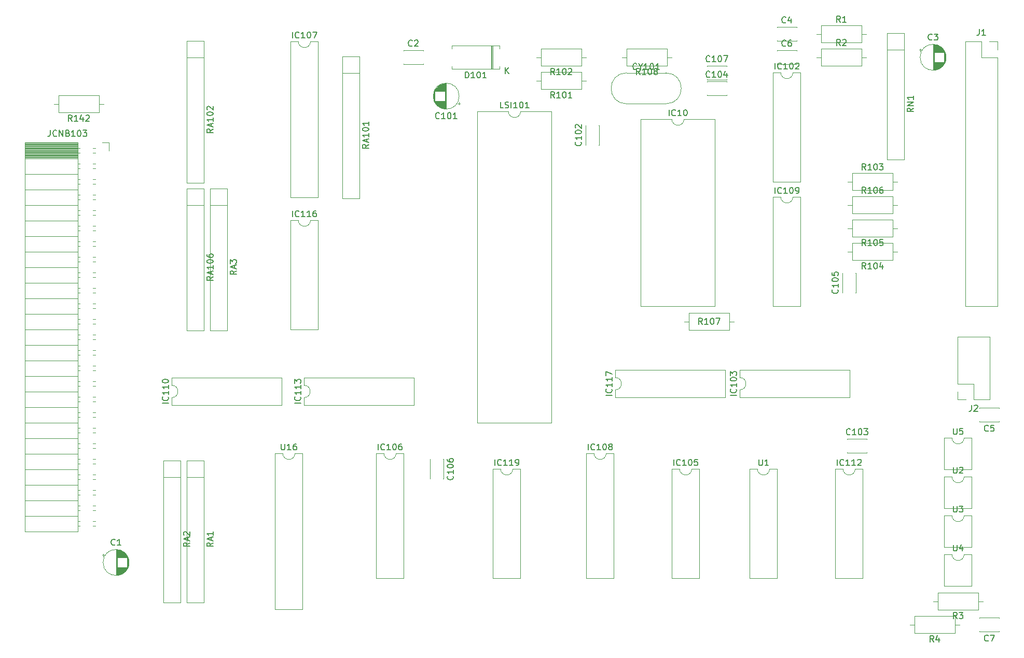
<source format=gbr>
%TF.GenerationSoftware,KiCad,Pcbnew,(5.1.10)-1*%
%TF.CreationDate,2022-02-01T13:34:57+01:00*%
%TF.ProjectId,TA8-FDC,5441382d-4644-4432-9e6b-696361645f70,rev?*%
%TF.SameCoordinates,Original*%
%TF.FileFunction,Legend,Top*%
%TF.FilePolarity,Positive*%
%FSLAX46Y46*%
G04 Gerber Fmt 4.6, Leading zero omitted, Abs format (unit mm)*
G04 Created by KiCad (PCBNEW (5.1.10)-1) date 2022-02-01 13:34:57*
%MOMM*%
%LPD*%
G01*
G04 APERTURE LIST*
%ADD10C,0.120000*%
%ADD11C,0.150000*%
G04 APERTURE END LIST*
D10*
%TO.C,R4*%
X258540000Y-138530000D02*
X258540000Y-135790000D01*
X258540000Y-135790000D02*
X252000000Y-135790000D01*
X252000000Y-135790000D02*
X252000000Y-138530000D01*
X252000000Y-138530000D02*
X258540000Y-138530000D01*
X259310000Y-137160000D02*
X258540000Y-137160000D01*
X251230000Y-137160000D02*
X252000000Y-137160000D01*
%TO.C,R3*%
X262350000Y-134720000D02*
X262350000Y-131980000D01*
X262350000Y-131980000D02*
X255810000Y-131980000D01*
X255810000Y-131980000D02*
X255810000Y-134720000D01*
X255810000Y-134720000D02*
X262350000Y-134720000D01*
X263120000Y-133350000D02*
X262350000Y-133350000D01*
X255040000Y-133350000D02*
X255810000Y-133350000D01*
%TO.C,R2*%
X236760000Y-43080000D02*
X236760000Y-45820000D01*
X236760000Y-45820000D02*
X243300000Y-45820000D01*
X243300000Y-45820000D02*
X243300000Y-43080000D01*
X243300000Y-43080000D02*
X236760000Y-43080000D01*
X235990000Y-44450000D02*
X236760000Y-44450000D01*
X244070000Y-44450000D02*
X243300000Y-44450000D01*
%TO.C,R1*%
X236760000Y-39270000D02*
X236760000Y-42010000D01*
X236760000Y-42010000D02*
X243300000Y-42010000D01*
X243300000Y-42010000D02*
X243300000Y-39270000D01*
X243300000Y-39270000D02*
X236760000Y-39270000D01*
X235990000Y-40640000D02*
X236760000Y-40640000D01*
X244070000Y-40640000D02*
X243300000Y-40640000D01*
%TO.C,C7*%
X265800000Y-138280000D02*
X262560000Y-138280000D01*
X265800000Y-136040000D02*
X262560000Y-136040000D01*
X265800000Y-138280000D02*
X265800000Y-138215000D01*
X265800000Y-136105000D02*
X265800000Y-136040000D01*
X262560000Y-138280000D02*
X262560000Y-138215000D01*
X262560000Y-136105000D02*
X262560000Y-136040000D01*
%TO.C,C6*%
X229500000Y-43330000D02*
X232740000Y-43330000D01*
X229500000Y-45570000D02*
X232740000Y-45570000D01*
X229500000Y-43330000D02*
X229500000Y-43395000D01*
X229500000Y-45505000D02*
X229500000Y-45570000D01*
X232740000Y-43330000D02*
X232740000Y-43395000D01*
X232740000Y-45505000D02*
X232740000Y-45570000D01*
%TO.C,C5*%
X265800000Y-103990000D02*
X262560000Y-103990000D01*
X265800000Y-101750000D02*
X262560000Y-101750000D01*
X265800000Y-103990000D02*
X265800000Y-103925000D01*
X265800000Y-101815000D02*
X265800000Y-101750000D01*
X262560000Y-103990000D02*
X262560000Y-103925000D01*
X262560000Y-101815000D02*
X262560000Y-101750000D01*
%TO.C,C4*%
X229500000Y-39520000D02*
X232740000Y-39520000D01*
X229500000Y-41760000D02*
X232740000Y-41760000D01*
X229500000Y-39520000D02*
X229500000Y-39585000D01*
X229500000Y-41695000D02*
X229500000Y-41760000D01*
X232740000Y-39520000D02*
X232740000Y-39585000D01*
X232740000Y-41695000D02*
X232740000Y-41760000D01*
%TO.C,U4*%
X261330000Y-125670000D02*
X260080000Y-125670000D01*
X261330000Y-130870000D02*
X261330000Y-125670000D01*
X256830000Y-130870000D02*
X261330000Y-130870000D01*
X256830000Y-125670000D02*
X256830000Y-130870000D01*
X258080000Y-125670000D02*
X256830000Y-125670000D01*
X260080000Y-125670000D02*
G75*
G02*
X258080000Y-125670000I-1000000J0D01*
G01*
%TO.C,U3*%
X261330000Y-119320000D02*
X260080000Y-119320000D01*
X261330000Y-124520000D02*
X261330000Y-119320000D01*
X256830000Y-124520000D02*
X261330000Y-124520000D01*
X256830000Y-119320000D02*
X256830000Y-124520000D01*
X258080000Y-119320000D02*
X256830000Y-119320000D01*
X260080000Y-119320000D02*
G75*
G02*
X258080000Y-119320000I-1000000J0D01*
G01*
%TO.C,U2*%
X261330000Y-112970000D02*
X260080000Y-112970000D01*
X261330000Y-118170000D02*
X261330000Y-112970000D01*
X256830000Y-118170000D02*
X261330000Y-118170000D01*
X256830000Y-112970000D02*
X256830000Y-118170000D01*
X258080000Y-112970000D02*
X256830000Y-112970000D01*
X260080000Y-112970000D02*
G75*
G02*
X258080000Y-112970000I-1000000J0D01*
G01*
%TO.C,J2*%
X260350000Y-100390000D02*
X259020000Y-100390000D01*
X259020000Y-100390000D02*
X259020000Y-99060000D01*
X261620000Y-100390000D02*
X261620000Y-97790000D01*
X261620000Y-97790000D02*
X259020000Y-97790000D01*
X259020000Y-97790000D02*
X259020000Y-90110000D01*
X264220000Y-90110000D02*
X259020000Y-90110000D01*
X264220000Y-100390000D02*
X264220000Y-90110000D01*
X264220000Y-100390000D02*
X261620000Y-100390000D01*
%TO.C,U5*%
X261330000Y-106620000D02*
X260080000Y-106620000D01*
X261330000Y-111820000D02*
X261330000Y-106620000D01*
X256830000Y-111820000D02*
X261330000Y-111820000D01*
X256830000Y-106620000D02*
X256830000Y-111820000D01*
X258080000Y-106620000D02*
X256830000Y-106620000D01*
X260080000Y-106620000D02*
G75*
G02*
X258080000Y-106620000I-1000000J0D01*
G01*
%TO.C,IC105*%
X216880000Y-111700000D02*
X215630000Y-111700000D01*
X216880000Y-129600000D02*
X216880000Y-111700000D01*
X212380000Y-129600000D02*
X216880000Y-129600000D01*
X212380000Y-111700000D02*
X212380000Y-129600000D01*
X213630000Y-111700000D02*
X212380000Y-111700000D01*
X215630000Y-111700000D02*
G75*
G02*
X213630000Y-111700000I-1000000J0D01*
G01*
%TO.C,IC10*%
X219420000Y-54550000D02*
X214360000Y-54550000D01*
X219420000Y-85150000D02*
X219420000Y-54550000D01*
X207300000Y-85150000D02*
X219420000Y-85150000D01*
X207300000Y-54550000D02*
X207300000Y-85150000D01*
X212360000Y-54550000D02*
X207300000Y-54550000D01*
X214360000Y-54550000D02*
G75*
G02*
X212360000Y-54550000I-1000000J0D01*
G01*
%TO.C,J1*%
X260290000Y-41850000D02*
X262890000Y-41850000D01*
X260290000Y-41850000D02*
X260290000Y-85150000D01*
X260290000Y-85150000D02*
X265490000Y-85150000D01*
X265490000Y-44450000D02*
X265490000Y-85150000D01*
X262890000Y-44450000D02*
X265490000Y-44450000D01*
X262890000Y-41850000D02*
X262890000Y-44450000D01*
X265490000Y-41850000D02*
X265490000Y-43180000D01*
X264160000Y-41850000D02*
X265490000Y-41850000D01*
%TO.C,IC109*%
X233390000Y-67250000D02*
X232140000Y-67250000D01*
X233390000Y-85150000D02*
X233390000Y-67250000D01*
X228890000Y-85150000D02*
X233390000Y-85150000D01*
X228890000Y-67250000D02*
X228890000Y-85150000D01*
X230140000Y-67250000D02*
X228890000Y-67250000D01*
X232140000Y-67250000D02*
G75*
G02*
X230140000Y-67250000I-1000000J0D01*
G01*
%TO.C,IC102*%
X233390000Y-46930000D02*
X232140000Y-46930000D01*
X233390000Y-64830000D02*
X233390000Y-46930000D01*
X228890000Y-64830000D02*
X233390000Y-64830000D01*
X228890000Y-46930000D02*
X228890000Y-64830000D01*
X230140000Y-46930000D02*
X228890000Y-46930000D01*
X232140000Y-46930000D02*
G75*
G02*
X230140000Y-46930000I-1000000J0D01*
G01*
%TO.C,IC108*%
X202910000Y-109160000D02*
X201660000Y-109160000D01*
X202910000Y-129600000D02*
X202910000Y-109160000D01*
X198410000Y-129600000D02*
X202910000Y-129600000D01*
X198410000Y-109160000D02*
X198410000Y-129600000D01*
X199660000Y-109160000D02*
X198410000Y-109160000D01*
X201660000Y-109160000D02*
G75*
G02*
X199660000Y-109160000I-1000000J0D01*
G01*
%TO.C,U16*%
X152110000Y-109160000D02*
X150860000Y-109160000D01*
X152110000Y-134680000D02*
X152110000Y-109160000D01*
X147610000Y-134680000D02*
X152110000Y-134680000D01*
X147610000Y-109160000D02*
X147610000Y-134680000D01*
X148860000Y-109160000D02*
X147610000Y-109160000D01*
X150860000Y-109160000D02*
G75*
G02*
X148860000Y-109160000I-1000000J0D01*
G01*
%TO.C,U1*%
X229580000Y-111700000D02*
X228330000Y-111700000D01*
X229580000Y-129600000D02*
X229580000Y-111700000D01*
X225080000Y-129600000D02*
X229580000Y-129600000D01*
X225080000Y-111700000D02*
X225080000Y-129600000D01*
X226330000Y-111700000D02*
X225080000Y-111700000D01*
X228330000Y-111700000D02*
G75*
G02*
X226330000Y-111700000I-1000000J0D01*
G01*
%TO.C,IC116*%
X154650000Y-71060000D02*
X153400000Y-71060000D01*
X154650000Y-88960000D02*
X154650000Y-71060000D01*
X150150000Y-88960000D02*
X154650000Y-88960000D01*
X150150000Y-71060000D02*
X150150000Y-88960000D01*
X151400000Y-71060000D02*
X150150000Y-71060000D01*
X153400000Y-71060000D02*
G75*
G02*
X151400000Y-71060000I-1000000J0D01*
G01*
%TO.C,RN1*%
X250320000Y-40470000D02*
X247520000Y-40470000D01*
X247520000Y-40470000D02*
X247520000Y-61130000D01*
X247520000Y-61130000D02*
X250320000Y-61130000D01*
X250320000Y-61130000D02*
X250320000Y-40470000D01*
X250320000Y-43180000D02*
X247520000Y-43180000D01*
%TO.C,R107*%
X222480000Y-87630000D02*
X221710000Y-87630000D01*
X214400000Y-87630000D02*
X215170000Y-87630000D01*
X221710000Y-86260000D02*
X215170000Y-86260000D01*
X221710000Y-89000000D02*
X221710000Y-86260000D01*
X215170000Y-89000000D02*
X221710000Y-89000000D01*
X215170000Y-86260000D02*
X215170000Y-89000000D01*
%TO.C,R142*%
X111530000Y-52070000D02*
X112300000Y-52070000D01*
X119610000Y-52070000D02*
X118840000Y-52070000D01*
X112300000Y-53440000D02*
X118840000Y-53440000D01*
X112300000Y-50700000D02*
X112300000Y-53440000D01*
X118840000Y-50700000D02*
X112300000Y-50700000D01*
X118840000Y-53440000D02*
X118840000Y-50700000D01*
%TO.C,R108*%
X204240000Y-44450000D02*
X205010000Y-44450000D01*
X212320000Y-44450000D02*
X211550000Y-44450000D01*
X205010000Y-45820000D02*
X211550000Y-45820000D01*
X205010000Y-43080000D02*
X205010000Y-45820000D01*
X211550000Y-43080000D02*
X205010000Y-43080000D01*
X211550000Y-45820000D02*
X211550000Y-43080000D01*
%TO.C,R106*%
X249150000Y-68580000D02*
X248380000Y-68580000D01*
X241070000Y-68580000D02*
X241840000Y-68580000D01*
X248380000Y-67210000D02*
X241840000Y-67210000D01*
X248380000Y-69950000D02*
X248380000Y-67210000D01*
X241840000Y-69950000D02*
X248380000Y-69950000D01*
X241840000Y-67210000D02*
X241840000Y-69950000D01*
%TO.C,R105*%
X241070000Y-72390000D02*
X241840000Y-72390000D01*
X249150000Y-72390000D02*
X248380000Y-72390000D01*
X241840000Y-73760000D02*
X248380000Y-73760000D01*
X241840000Y-71020000D02*
X241840000Y-73760000D01*
X248380000Y-71020000D02*
X241840000Y-71020000D01*
X248380000Y-73760000D02*
X248380000Y-71020000D01*
%TO.C,R104*%
X241070000Y-76200000D02*
X241840000Y-76200000D01*
X249150000Y-76200000D02*
X248380000Y-76200000D01*
X241840000Y-77570000D02*
X248380000Y-77570000D01*
X241840000Y-74830000D02*
X241840000Y-77570000D01*
X248380000Y-74830000D02*
X241840000Y-74830000D01*
X248380000Y-77570000D02*
X248380000Y-74830000D01*
%TO.C,R103*%
X249150000Y-64770000D02*
X248380000Y-64770000D01*
X241070000Y-64770000D02*
X241840000Y-64770000D01*
X248380000Y-63400000D02*
X241840000Y-63400000D01*
X248380000Y-66140000D02*
X248380000Y-63400000D01*
X241840000Y-66140000D02*
X248380000Y-66140000D01*
X241840000Y-63400000D02*
X241840000Y-66140000D01*
%TO.C,R102*%
X190270000Y-44450000D02*
X191040000Y-44450000D01*
X198350000Y-44450000D02*
X197580000Y-44450000D01*
X191040000Y-45820000D02*
X197580000Y-45820000D01*
X191040000Y-43080000D02*
X191040000Y-45820000D01*
X197580000Y-43080000D02*
X191040000Y-43080000D01*
X197580000Y-45820000D02*
X197580000Y-43080000D01*
%TO.C,R101*%
X190270000Y-48260000D02*
X191040000Y-48260000D01*
X198350000Y-48260000D02*
X197580000Y-48260000D01*
X191040000Y-49630000D02*
X197580000Y-49630000D01*
X191040000Y-46890000D02*
X191040000Y-49630000D01*
X197580000Y-46890000D02*
X191040000Y-46890000D01*
X197580000Y-49630000D02*
X197580000Y-46890000D01*
%TO.C,D101*%
X183120000Y-46370000D02*
X183120000Y-42530000D01*
X182880000Y-46370000D02*
X182880000Y-42530000D01*
X183000000Y-46370000D02*
X183000000Y-42530000D01*
X176420000Y-42530000D02*
X176420000Y-43010000D01*
X184260000Y-42530000D02*
X176420000Y-42530000D01*
X184260000Y-43010000D02*
X184260000Y-42530000D01*
X176420000Y-46370000D02*
X176420000Y-45890000D01*
X184260000Y-46370000D02*
X176420000Y-46370000D01*
X184260000Y-45890000D02*
X184260000Y-46370000D01*
%TO.C,CY101*%
X204980000Y-52055000D02*
X211380000Y-52055000D01*
X204980000Y-47005000D02*
X211380000Y-47005000D01*
X211380000Y-52055000D02*
G75*
G03*
X211380000Y-47005000I0J2525000D01*
G01*
X204980000Y-52055000D02*
G75*
G02*
X204980000Y-47005000I0J2525000D01*
G01*
%TO.C,C107*%
X221310000Y-48045000D02*
X221310000Y-48110000D01*
X221310000Y-45870000D02*
X221310000Y-45935000D01*
X218070000Y-48045000D02*
X218070000Y-48110000D01*
X218070000Y-45870000D02*
X218070000Y-45935000D01*
X218070000Y-48110000D02*
X221310000Y-48110000D01*
X218070000Y-45870000D02*
X221310000Y-45870000D01*
%TO.C,C106*%
X172935000Y-113360000D02*
X172870000Y-113360000D01*
X175110000Y-113360000D02*
X175045000Y-113360000D01*
X172935000Y-110120000D02*
X172870000Y-110120000D01*
X175110000Y-110120000D02*
X175045000Y-110120000D01*
X172870000Y-110120000D02*
X172870000Y-113360000D01*
X175110000Y-110120000D02*
X175110000Y-113360000D01*
%TO.C,C105*%
X242355000Y-79680000D02*
X242420000Y-79680000D01*
X240180000Y-79680000D02*
X240245000Y-79680000D01*
X242355000Y-82920000D02*
X242420000Y-82920000D01*
X240180000Y-82920000D02*
X240245000Y-82920000D01*
X242420000Y-82920000D02*
X242420000Y-79680000D01*
X240180000Y-82920000D02*
X240180000Y-79680000D01*
%TO.C,C104*%
X221310000Y-50585000D02*
X221310000Y-50650000D01*
X221310000Y-48410000D02*
X221310000Y-48475000D01*
X218070000Y-50585000D02*
X218070000Y-50650000D01*
X218070000Y-48410000D02*
X218070000Y-48475000D01*
X218070000Y-50650000D02*
X221310000Y-50650000D01*
X218070000Y-48410000D02*
X221310000Y-48410000D01*
%TO.C,C103*%
X244210000Y-109005000D02*
X244210000Y-109070000D01*
X244210000Y-106830000D02*
X244210000Y-106895000D01*
X240970000Y-109005000D02*
X240970000Y-109070000D01*
X240970000Y-106830000D02*
X240970000Y-106895000D01*
X240970000Y-109070000D02*
X244210000Y-109070000D01*
X240970000Y-106830000D02*
X244210000Y-106830000D01*
%TO.C,C102*%
X200445000Y-55550000D02*
X200510000Y-55550000D01*
X198270000Y-55550000D02*
X198335000Y-55550000D01*
X200445000Y-58790000D02*
X200510000Y-58790000D01*
X198270000Y-58790000D02*
X198335000Y-58790000D01*
X200510000Y-58790000D02*
X200510000Y-55550000D01*
X198270000Y-58790000D02*
X198270000Y-55550000D01*
%TO.C,C101*%
X177599801Y-52195000D02*
X177599801Y-51795000D01*
X177799801Y-51995000D02*
X177399801Y-51995000D01*
X173449000Y-51170000D02*
X173449000Y-50430000D01*
X173489000Y-51337000D02*
X173489000Y-50263000D01*
X173529000Y-51464000D02*
X173529000Y-50136000D01*
X173569000Y-51568000D02*
X173569000Y-50032000D01*
X173609000Y-51659000D02*
X173609000Y-49941000D01*
X173649000Y-51740000D02*
X173649000Y-49860000D01*
X173689000Y-51813000D02*
X173689000Y-49787000D01*
X173729000Y-49960000D02*
X173729000Y-49720000D01*
X173729000Y-51880000D02*
X173729000Y-51640000D01*
X173769000Y-49960000D02*
X173769000Y-49658000D01*
X173769000Y-51942000D02*
X173769000Y-51640000D01*
X173809000Y-49960000D02*
X173809000Y-49600000D01*
X173809000Y-52000000D02*
X173809000Y-51640000D01*
X173849000Y-49960000D02*
X173849000Y-49546000D01*
X173849000Y-52054000D02*
X173849000Y-51640000D01*
X173889000Y-49960000D02*
X173889000Y-49496000D01*
X173889000Y-52104000D02*
X173889000Y-51640000D01*
X173929000Y-49960000D02*
X173929000Y-49449000D01*
X173929000Y-52151000D02*
X173929000Y-51640000D01*
X173969000Y-49960000D02*
X173969000Y-49404000D01*
X173969000Y-52196000D02*
X173969000Y-51640000D01*
X174009000Y-49960000D02*
X174009000Y-49362000D01*
X174009000Y-52238000D02*
X174009000Y-51640000D01*
X174049000Y-49960000D02*
X174049000Y-49322000D01*
X174049000Y-52278000D02*
X174049000Y-51640000D01*
X174089000Y-49960000D02*
X174089000Y-49284000D01*
X174089000Y-52316000D02*
X174089000Y-51640000D01*
X174129000Y-49960000D02*
X174129000Y-49248000D01*
X174129000Y-52352000D02*
X174129000Y-51640000D01*
X174169000Y-49960000D02*
X174169000Y-49213000D01*
X174169000Y-52387000D02*
X174169000Y-51640000D01*
X174209000Y-49960000D02*
X174209000Y-49181000D01*
X174209000Y-52419000D02*
X174209000Y-51640000D01*
X174249000Y-49960000D02*
X174249000Y-49150000D01*
X174249000Y-52450000D02*
X174249000Y-51640000D01*
X174289000Y-49960000D02*
X174289000Y-49120000D01*
X174289000Y-52480000D02*
X174289000Y-51640000D01*
X174329000Y-49960000D02*
X174329000Y-49092000D01*
X174329000Y-52508000D02*
X174329000Y-51640000D01*
X174369000Y-49960000D02*
X174369000Y-49065000D01*
X174369000Y-52535000D02*
X174369000Y-51640000D01*
X174409000Y-49960000D02*
X174409000Y-49040000D01*
X174409000Y-52560000D02*
X174409000Y-51640000D01*
X174449000Y-49960000D02*
X174449000Y-49015000D01*
X174449000Y-52585000D02*
X174449000Y-51640000D01*
X174489000Y-49960000D02*
X174489000Y-48992000D01*
X174489000Y-52608000D02*
X174489000Y-51640000D01*
X174529000Y-49960000D02*
X174529000Y-48970000D01*
X174529000Y-52630000D02*
X174529000Y-51640000D01*
X174569000Y-49960000D02*
X174569000Y-48949000D01*
X174569000Y-52651000D02*
X174569000Y-51640000D01*
X174609000Y-49960000D02*
X174609000Y-48930000D01*
X174609000Y-52670000D02*
X174609000Y-51640000D01*
X174649000Y-49960000D02*
X174649000Y-48911000D01*
X174649000Y-52689000D02*
X174649000Y-51640000D01*
X174689000Y-49960000D02*
X174689000Y-48893000D01*
X174689000Y-52707000D02*
X174689000Y-51640000D01*
X174729000Y-49960000D02*
X174729000Y-48876000D01*
X174729000Y-52724000D02*
X174729000Y-51640000D01*
X174769000Y-49960000D02*
X174769000Y-48860000D01*
X174769000Y-52740000D02*
X174769000Y-51640000D01*
X174809000Y-49960000D02*
X174809000Y-48846000D01*
X174809000Y-52754000D02*
X174809000Y-51640000D01*
X174850000Y-49960000D02*
X174850000Y-48832000D01*
X174850000Y-52768000D02*
X174850000Y-51640000D01*
X174890000Y-49960000D02*
X174890000Y-48818000D01*
X174890000Y-52782000D02*
X174890000Y-51640000D01*
X174930000Y-49960000D02*
X174930000Y-48806000D01*
X174930000Y-52794000D02*
X174930000Y-51640000D01*
X174970000Y-49960000D02*
X174970000Y-48795000D01*
X174970000Y-52805000D02*
X174970000Y-51640000D01*
X175010000Y-49960000D02*
X175010000Y-48784000D01*
X175010000Y-52816000D02*
X175010000Y-51640000D01*
X175050000Y-49960000D02*
X175050000Y-48775000D01*
X175050000Y-52825000D02*
X175050000Y-51640000D01*
X175090000Y-49960000D02*
X175090000Y-48766000D01*
X175090000Y-52834000D02*
X175090000Y-51640000D01*
X175130000Y-49960000D02*
X175130000Y-48758000D01*
X175130000Y-52842000D02*
X175130000Y-51640000D01*
X175170000Y-49960000D02*
X175170000Y-48750000D01*
X175170000Y-52850000D02*
X175170000Y-51640000D01*
X175210000Y-49960000D02*
X175210000Y-48744000D01*
X175210000Y-52856000D02*
X175210000Y-51640000D01*
X175250000Y-49960000D02*
X175250000Y-48738000D01*
X175250000Y-52862000D02*
X175250000Y-51640000D01*
X175290000Y-49960000D02*
X175290000Y-48733000D01*
X175290000Y-52867000D02*
X175290000Y-51640000D01*
X175330000Y-49960000D02*
X175330000Y-48729000D01*
X175330000Y-52871000D02*
X175330000Y-51640000D01*
X175370000Y-52874000D02*
X175370000Y-48726000D01*
X175410000Y-52877000D02*
X175410000Y-48723000D01*
X175450000Y-52879000D02*
X175450000Y-48721000D01*
X175490000Y-52880000D02*
X175490000Y-48720000D01*
X175530000Y-52880000D02*
X175530000Y-48720000D01*
X177650000Y-50800000D02*
G75*
G03*
X177650000Y-50800000I-2120000J0D01*
G01*
%TO.C,C3*%
X252930199Y-43055000D02*
X252930199Y-43455000D01*
X252730199Y-43255000D02*
X253130199Y-43255000D01*
X257081000Y-44080000D02*
X257081000Y-44820000D01*
X257041000Y-43913000D02*
X257041000Y-44987000D01*
X257001000Y-43786000D02*
X257001000Y-45114000D01*
X256961000Y-43682000D02*
X256961000Y-45218000D01*
X256921000Y-43591000D02*
X256921000Y-45309000D01*
X256881000Y-43510000D02*
X256881000Y-45390000D01*
X256841000Y-43437000D02*
X256841000Y-45463000D01*
X256801000Y-45290000D02*
X256801000Y-45530000D01*
X256801000Y-43370000D02*
X256801000Y-43610000D01*
X256761000Y-45290000D02*
X256761000Y-45592000D01*
X256761000Y-43308000D02*
X256761000Y-43610000D01*
X256721000Y-45290000D02*
X256721000Y-45650000D01*
X256721000Y-43250000D02*
X256721000Y-43610000D01*
X256681000Y-45290000D02*
X256681000Y-45704000D01*
X256681000Y-43196000D02*
X256681000Y-43610000D01*
X256641000Y-45290000D02*
X256641000Y-45754000D01*
X256641000Y-43146000D02*
X256641000Y-43610000D01*
X256601000Y-45290000D02*
X256601000Y-45801000D01*
X256601000Y-43099000D02*
X256601000Y-43610000D01*
X256561000Y-45290000D02*
X256561000Y-45846000D01*
X256561000Y-43054000D02*
X256561000Y-43610000D01*
X256521000Y-45290000D02*
X256521000Y-45888000D01*
X256521000Y-43012000D02*
X256521000Y-43610000D01*
X256481000Y-45290000D02*
X256481000Y-45928000D01*
X256481000Y-42972000D02*
X256481000Y-43610000D01*
X256441000Y-45290000D02*
X256441000Y-45966000D01*
X256441000Y-42934000D02*
X256441000Y-43610000D01*
X256401000Y-45290000D02*
X256401000Y-46002000D01*
X256401000Y-42898000D02*
X256401000Y-43610000D01*
X256361000Y-45290000D02*
X256361000Y-46037000D01*
X256361000Y-42863000D02*
X256361000Y-43610000D01*
X256321000Y-45290000D02*
X256321000Y-46069000D01*
X256321000Y-42831000D02*
X256321000Y-43610000D01*
X256281000Y-45290000D02*
X256281000Y-46100000D01*
X256281000Y-42800000D02*
X256281000Y-43610000D01*
X256241000Y-45290000D02*
X256241000Y-46130000D01*
X256241000Y-42770000D02*
X256241000Y-43610000D01*
X256201000Y-45290000D02*
X256201000Y-46158000D01*
X256201000Y-42742000D02*
X256201000Y-43610000D01*
X256161000Y-45290000D02*
X256161000Y-46185000D01*
X256161000Y-42715000D02*
X256161000Y-43610000D01*
X256121000Y-45290000D02*
X256121000Y-46210000D01*
X256121000Y-42690000D02*
X256121000Y-43610000D01*
X256081000Y-45290000D02*
X256081000Y-46235000D01*
X256081000Y-42665000D02*
X256081000Y-43610000D01*
X256041000Y-45290000D02*
X256041000Y-46258000D01*
X256041000Y-42642000D02*
X256041000Y-43610000D01*
X256001000Y-45290000D02*
X256001000Y-46280000D01*
X256001000Y-42620000D02*
X256001000Y-43610000D01*
X255961000Y-45290000D02*
X255961000Y-46301000D01*
X255961000Y-42599000D02*
X255961000Y-43610000D01*
X255921000Y-45290000D02*
X255921000Y-46320000D01*
X255921000Y-42580000D02*
X255921000Y-43610000D01*
X255881000Y-45290000D02*
X255881000Y-46339000D01*
X255881000Y-42561000D02*
X255881000Y-43610000D01*
X255841000Y-45290000D02*
X255841000Y-46357000D01*
X255841000Y-42543000D02*
X255841000Y-43610000D01*
X255801000Y-45290000D02*
X255801000Y-46374000D01*
X255801000Y-42526000D02*
X255801000Y-43610000D01*
X255761000Y-45290000D02*
X255761000Y-46390000D01*
X255761000Y-42510000D02*
X255761000Y-43610000D01*
X255721000Y-45290000D02*
X255721000Y-46404000D01*
X255721000Y-42496000D02*
X255721000Y-43610000D01*
X255680000Y-45290000D02*
X255680000Y-46418000D01*
X255680000Y-42482000D02*
X255680000Y-43610000D01*
X255640000Y-45290000D02*
X255640000Y-46432000D01*
X255640000Y-42468000D02*
X255640000Y-43610000D01*
X255600000Y-45290000D02*
X255600000Y-46444000D01*
X255600000Y-42456000D02*
X255600000Y-43610000D01*
X255560000Y-45290000D02*
X255560000Y-46455000D01*
X255560000Y-42445000D02*
X255560000Y-43610000D01*
X255520000Y-45290000D02*
X255520000Y-46466000D01*
X255520000Y-42434000D02*
X255520000Y-43610000D01*
X255480000Y-45290000D02*
X255480000Y-46475000D01*
X255480000Y-42425000D02*
X255480000Y-43610000D01*
X255440000Y-45290000D02*
X255440000Y-46484000D01*
X255440000Y-42416000D02*
X255440000Y-43610000D01*
X255400000Y-45290000D02*
X255400000Y-46492000D01*
X255400000Y-42408000D02*
X255400000Y-43610000D01*
X255360000Y-45290000D02*
X255360000Y-46500000D01*
X255360000Y-42400000D02*
X255360000Y-43610000D01*
X255320000Y-45290000D02*
X255320000Y-46506000D01*
X255320000Y-42394000D02*
X255320000Y-43610000D01*
X255280000Y-45290000D02*
X255280000Y-46512000D01*
X255280000Y-42388000D02*
X255280000Y-43610000D01*
X255240000Y-45290000D02*
X255240000Y-46517000D01*
X255240000Y-42383000D02*
X255240000Y-43610000D01*
X255200000Y-45290000D02*
X255200000Y-46521000D01*
X255200000Y-42379000D02*
X255200000Y-43610000D01*
X255160000Y-42376000D02*
X255160000Y-46524000D01*
X255120000Y-42373000D02*
X255120000Y-46527000D01*
X255080000Y-42371000D02*
X255080000Y-46529000D01*
X255040000Y-42370000D02*
X255040000Y-46530000D01*
X255000000Y-42370000D02*
X255000000Y-46530000D01*
X257120000Y-44450000D02*
G75*
G03*
X257120000Y-44450000I-2120000J0D01*
G01*
%TO.C,C2*%
X171780000Y-45505000D02*
X171780000Y-45570000D01*
X171780000Y-43330000D02*
X171780000Y-43395000D01*
X168540000Y-45505000D02*
X168540000Y-45570000D01*
X168540000Y-43330000D02*
X168540000Y-43395000D01*
X168540000Y-45570000D02*
X171780000Y-45570000D01*
X168540000Y-43330000D02*
X171780000Y-43330000D01*
%TO.C,C1*%
X119580199Y-125605000D02*
X119580199Y-126005000D01*
X119380199Y-125805000D02*
X119780199Y-125805000D01*
X123731000Y-126630000D02*
X123731000Y-127370000D01*
X123691000Y-126463000D02*
X123691000Y-127537000D01*
X123651000Y-126336000D02*
X123651000Y-127664000D01*
X123611000Y-126232000D02*
X123611000Y-127768000D01*
X123571000Y-126141000D02*
X123571000Y-127859000D01*
X123531000Y-126060000D02*
X123531000Y-127940000D01*
X123491000Y-125987000D02*
X123491000Y-128013000D01*
X123451000Y-127840000D02*
X123451000Y-128080000D01*
X123451000Y-125920000D02*
X123451000Y-126160000D01*
X123411000Y-127840000D02*
X123411000Y-128142000D01*
X123411000Y-125858000D02*
X123411000Y-126160000D01*
X123371000Y-127840000D02*
X123371000Y-128200000D01*
X123371000Y-125800000D02*
X123371000Y-126160000D01*
X123331000Y-127840000D02*
X123331000Y-128254000D01*
X123331000Y-125746000D02*
X123331000Y-126160000D01*
X123291000Y-127840000D02*
X123291000Y-128304000D01*
X123291000Y-125696000D02*
X123291000Y-126160000D01*
X123251000Y-127840000D02*
X123251000Y-128351000D01*
X123251000Y-125649000D02*
X123251000Y-126160000D01*
X123211000Y-127840000D02*
X123211000Y-128396000D01*
X123211000Y-125604000D02*
X123211000Y-126160000D01*
X123171000Y-127840000D02*
X123171000Y-128438000D01*
X123171000Y-125562000D02*
X123171000Y-126160000D01*
X123131000Y-127840000D02*
X123131000Y-128478000D01*
X123131000Y-125522000D02*
X123131000Y-126160000D01*
X123091000Y-127840000D02*
X123091000Y-128516000D01*
X123091000Y-125484000D02*
X123091000Y-126160000D01*
X123051000Y-127840000D02*
X123051000Y-128552000D01*
X123051000Y-125448000D02*
X123051000Y-126160000D01*
X123011000Y-127840000D02*
X123011000Y-128587000D01*
X123011000Y-125413000D02*
X123011000Y-126160000D01*
X122971000Y-127840000D02*
X122971000Y-128619000D01*
X122971000Y-125381000D02*
X122971000Y-126160000D01*
X122931000Y-127840000D02*
X122931000Y-128650000D01*
X122931000Y-125350000D02*
X122931000Y-126160000D01*
X122891000Y-127840000D02*
X122891000Y-128680000D01*
X122891000Y-125320000D02*
X122891000Y-126160000D01*
X122851000Y-127840000D02*
X122851000Y-128708000D01*
X122851000Y-125292000D02*
X122851000Y-126160000D01*
X122811000Y-127840000D02*
X122811000Y-128735000D01*
X122811000Y-125265000D02*
X122811000Y-126160000D01*
X122771000Y-127840000D02*
X122771000Y-128760000D01*
X122771000Y-125240000D02*
X122771000Y-126160000D01*
X122731000Y-127840000D02*
X122731000Y-128785000D01*
X122731000Y-125215000D02*
X122731000Y-126160000D01*
X122691000Y-127840000D02*
X122691000Y-128808000D01*
X122691000Y-125192000D02*
X122691000Y-126160000D01*
X122651000Y-127840000D02*
X122651000Y-128830000D01*
X122651000Y-125170000D02*
X122651000Y-126160000D01*
X122611000Y-127840000D02*
X122611000Y-128851000D01*
X122611000Y-125149000D02*
X122611000Y-126160000D01*
X122571000Y-127840000D02*
X122571000Y-128870000D01*
X122571000Y-125130000D02*
X122571000Y-126160000D01*
X122531000Y-127840000D02*
X122531000Y-128889000D01*
X122531000Y-125111000D02*
X122531000Y-126160000D01*
X122491000Y-127840000D02*
X122491000Y-128907000D01*
X122491000Y-125093000D02*
X122491000Y-126160000D01*
X122451000Y-127840000D02*
X122451000Y-128924000D01*
X122451000Y-125076000D02*
X122451000Y-126160000D01*
X122411000Y-127840000D02*
X122411000Y-128940000D01*
X122411000Y-125060000D02*
X122411000Y-126160000D01*
X122371000Y-127840000D02*
X122371000Y-128954000D01*
X122371000Y-125046000D02*
X122371000Y-126160000D01*
X122330000Y-127840000D02*
X122330000Y-128968000D01*
X122330000Y-125032000D02*
X122330000Y-126160000D01*
X122290000Y-127840000D02*
X122290000Y-128982000D01*
X122290000Y-125018000D02*
X122290000Y-126160000D01*
X122250000Y-127840000D02*
X122250000Y-128994000D01*
X122250000Y-125006000D02*
X122250000Y-126160000D01*
X122210000Y-127840000D02*
X122210000Y-129005000D01*
X122210000Y-124995000D02*
X122210000Y-126160000D01*
X122170000Y-127840000D02*
X122170000Y-129016000D01*
X122170000Y-124984000D02*
X122170000Y-126160000D01*
X122130000Y-127840000D02*
X122130000Y-129025000D01*
X122130000Y-124975000D02*
X122130000Y-126160000D01*
X122090000Y-127840000D02*
X122090000Y-129034000D01*
X122090000Y-124966000D02*
X122090000Y-126160000D01*
X122050000Y-127840000D02*
X122050000Y-129042000D01*
X122050000Y-124958000D02*
X122050000Y-126160000D01*
X122010000Y-127840000D02*
X122010000Y-129050000D01*
X122010000Y-124950000D02*
X122010000Y-126160000D01*
X121970000Y-127840000D02*
X121970000Y-129056000D01*
X121970000Y-124944000D02*
X121970000Y-126160000D01*
X121930000Y-127840000D02*
X121930000Y-129062000D01*
X121930000Y-124938000D02*
X121930000Y-126160000D01*
X121890000Y-127840000D02*
X121890000Y-129067000D01*
X121890000Y-124933000D02*
X121890000Y-126160000D01*
X121850000Y-127840000D02*
X121850000Y-129071000D01*
X121850000Y-124929000D02*
X121850000Y-126160000D01*
X121810000Y-124926000D02*
X121810000Y-129074000D01*
X121770000Y-124923000D02*
X121770000Y-129077000D01*
X121730000Y-124921000D02*
X121730000Y-129079000D01*
X121690000Y-124920000D02*
X121690000Y-129080000D01*
X121650000Y-124920000D02*
X121650000Y-129080000D01*
X123770000Y-127000000D02*
G75*
G03*
X123770000Y-127000000I-2120000J0D01*
G01*
%TO.C,RA106*%
X136020000Y-68580000D02*
X133220000Y-68580000D01*
X136020000Y-89070000D02*
X136020000Y-65870000D01*
X133220000Y-89070000D02*
X136020000Y-89070000D01*
X133220000Y-65870000D02*
X133220000Y-89070000D01*
X136020000Y-65870000D02*
X133220000Y-65870000D01*
%TO.C,RA102*%
X136020000Y-44450000D02*
X133220000Y-44450000D01*
X136020000Y-64940000D02*
X136020000Y-41740000D01*
X133220000Y-64940000D02*
X136020000Y-64940000D01*
X133220000Y-41740000D02*
X133220000Y-64940000D01*
X136020000Y-41740000D02*
X133220000Y-41740000D01*
%TO.C,RA101*%
X161420000Y-46990000D02*
X158620000Y-46990000D01*
X161420000Y-67480000D02*
X161420000Y-44280000D01*
X158620000Y-67480000D02*
X161420000Y-67480000D01*
X158620000Y-44280000D02*
X158620000Y-67480000D01*
X161420000Y-44280000D02*
X158620000Y-44280000D01*
%TO.C,RA3*%
X139830000Y-68580000D02*
X137030000Y-68580000D01*
X139830000Y-89070000D02*
X139830000Y-65870000D01*
X137030000Y-89070000D02*
X139830000Y-89070000D01*
X137030000Y-65870000D02*
X137030000Y-89070000D01*
X139830000Y-65870000D02*
X137030000Y-65870000D01*
%TO.C,RA2*%
X132210000Y-113030000D02*
X129410000Y-113030000D01*
X132210000Y-133520000D02*
X132210000Y-110320000D01*
X129410000Y-133520000D02*
X132210000Y-133520000D01*
X129410000Y-110320000D02*
X129410000Y-133520000D01*
X132210000Y-110320000D02*
X129410000Y-110320000D01*
%TO.C,RA1*%
X136020000Y-113030000D02*
X133220000Y-113030000D01*
X136020000Y-133520000D02*
X136020000Y-110320000D01*
X133220000Y-133520000D02*
X136020000Y-133520000D01*
X133220000Y-110320000D02*
X133220000Y-133520000D01*
X136020000Y-110320000D02*
X133220000Y-110320000D01*
%TO.C,LSI101*%
X192750000Y-53280000D02*
X187690000Y-53280000D01*
X192750000Y-104200000D02*
X192750000Y-53280000D01*
X180630000Y-104200000D02*
X192750000Y-104200000D01*
X180630000Y-53280000D02*
X180630000Y-104200000D01*
X185690000Y-53280000D02*
X180630000Y-53280000D01*
X187690000Y-53280000D02*
G75*
G02*
X185690000Y-53280000I-1000000J0D01*
G01*
%TO.C,JCNB103*%
X119380000Y-58360000D02*
X120490000Y-58360000D01*
X120490000Y-58360000D02*
X120490000Y-59690000D01*
X106750000Y-58360000D02*
X106750000Y-121980000D01*
X106750000Y-121980000D02*
X115380000Y-121980000D01*
X115380000Y-58360000D02*
X115380000Y-121980000D01*
X106750000Y-58360000D02*
X115380000Y-58360000D01*
X106750000Y-119380000D02*
X115380000Y-119380000D01*
X106750000Y-116840000D02*
X115380000Y-116840000D01*
X106750000Y-114300000D02*
X115380000Y-114300000D01*
X106750000Y-111760000D02*
X115380000Y-111760000D01*
X106750000Y-109220000D02*
X115380000Y-109220000D01*
X106750000Y-106680000D02*
X115380000Y-106680000D01*
X106750000Y-104140000D02*
X115380000Y-104140000D01*
X106750000Y-101600000D02*
X115380000Y-101600000D01*
X106750000Y-99060000D02*
X115380000Y-99060000D01*
X106750000Y-96520000D02*
X115380000Y-96520000D01*
X106750000Y-93980000D02*
X115380000Y-93980000D01*
X106750000Y-91440000D02*
X115380000Y-91440000D01*
X106750000Y-88900000D02*
X115380000Y-88900000D01*
X106750000Y-86360000D02*
X115380000Y-86360000D01*
X106750000Y-83820000D02*
X115380000Y-83820000D01*
X106750000Y-81280000D02*
X115380000Y-81280000D01*
X106750000Y-78740000D02*
X115380000Y-78740000D01*
X106750000Y-76200000D02*
X115380000Y-76200000D01*
X106750000Y-73660000D02*
X115380000Y-73660000D01*
X106750000Y-71120000D02*
X115380000Y-71120000D01*
X106750000Y-68580000D02*
X115380000Y-68580000D01*
X106750000Y-66040000D02*
X115380000Y-66040000D01*
X106750000Y-63500000D02*
X115380000Y-63500000D01*
X106750000Y-60960000D02*
X115380000Y-60960000D01*
X117890000Y-121010000D02*
X118330000Y-121010000D01*
X115380000Y-121010000D02*
X115790000Y-121010000D01*
X117890000Y-120290000D02*
X118330000Y-120290000D01*
X115380000Y-120290000D02*
X115790000Y-120290000D01*
X117890000Y-118470000D02*
X118330000Y-118470000D01*
X115380000Y-118470000D02*
X115790000Y-118470000D01*
X117890000Y-117750000D02*
X118330000Y-117750000D01*
X115380000Y-117750000D02*
X115790000Y-117750000D01*
X117890000Y-115930000D02*
X118330000Y-115930000D01*
X115380000Y-115930000D02*
X115790000Y-115930000D01*
X117890000Y-115210000D02*
X118330000Y-115210000D01*
X115380000Y-115210000D02*
X115790000Y-115210000D01*
X117890000Y-113390000D02*
X118330000Y-113390000D01*
X115380000Y-113390000D02*
X115790000Y-113390000D01*
X117890000Y-112670000D02*
X118330000Y-112670000D01*
X115380000Y-112670000D02*
X115790000Y-112670000D01*
X117890000Y-110850000D02*
X118330000Y-110850000D01*
X115380000Y-110850000D02*
X115790000Y-110850000D01*
X117890000Y-110130000D02*
X118330000Y-110130000D01*
X115380000Y-110130000D02*
X115790000Y-110130000D01*
X117890000Y-108310000D02*
X118330000Y-108310000D01*
X115380000Y-108310000D02*
X115790000Y-108310000D01*
X117890000Y-107590000D02*
X118330000Y-107590000D01*
X115380000Y-107590000D02*
X115790000Y-107590000D01*
X117890000Y-105770000D02*
X118330000Y-105770000D01*
X115380000Y-105770000D02*
X115790000Y-105770000D01*
X117890000Y-105050000D02*
X118330000Y-105050000D01*
X115380000Y-105050000D02*
X115790000Y-105050000D01*
X117890000Y-103230000D02*
X118330000Y-103230000D01*
X115380000Y-103230000D02*
X115790000Y-103230000D01*
X117890000Y-102510000D02*
X118330000Y-102510000D01*
X115380000Y-102510000D02*
X115790000Y-102510000D01*
X117890000Y-100690000D02*
X118330000Y-100690000D01*
X115380000Y-100690000D02*
X115790000Y-100690000D01*
X117890000Y-99970000D02*
X118330000Y-99970000D01*
X115380000Y-99970000D02*
X115790000Y-99970000D01*
X117890000Y-98150000D02*
X118330000Y-98150000D01*
X115380000Y-98150000D02*
X115790000Y-98150000D01*
X117890000Y-97430000D02*
X118330000Y-97430000D01*
X115380000Y-97430000D02*
X115790000Y-97430000D01*
X117890000Y-95610000D02*
X118330000Y-95610000D01*
X115380000Y-95610000D02*
X115790000Y-95610000D01*
X117890000Y-94890000D02*
X118330000Y-94890000D01*
X115380000Y-94890000D02*
X115790000Y-94890000D01*
X117890000Y-93070000D02*
X118330000Y-93070000D01*
X115380000Y-93070000D02*
X115790000Y-93070000D01*
X117890000Y-92350000D02*
X118330000Y-92350000D01*
X115380000Y-92350000D02*
X115790000Y-92350000D01*
X117890000Y-90530000D02*
X118330000Y-90530000D01*
X115380000Y-90530000D02*
X115790000Y-90530000D01*
X117890000Y-89810000D02*
X118330000Y-89810000D01*
X115380000Y-89810000D02*
X115790000Y-89810000D01*
X117890000Y-87990000D02*
X118330000Y-87990000D01*
X115380000Y-87990000D02*
X115790000Y-87990000D01*
X117890000Y-87270000D02*
X118330000Y-87270000D01*
X115380000Y-87270000D02*
X115790000Y-87270000D01*
X117890000Y-85450000D02*
X118330000Y-85450000D01*
X115380000Y-85450000D02*
X115790000Y-85450000D01*
X117890000Y-84730000D02*
X118330000Y-84730000D01*
X115380000Y-84730000D02*
X115790000Y-84730000D01*
X117890000Y-82910000D02*
X118330000Y-82910000D01*
X115380000Y-82910000D02*
X115790000Y-82910000D01*
X117890000Y-82190000D02*
X118330000Y-82190000D01*
X115380000Y-82190000D02*
X115790000Y-82190000D01*
X117890000Y-80370000D02*
X118330000Y-80370000D01*
X115380000Y-80370000D02*
X115790000Y-80370000D01*
X117890000Y-79650000D02*
X118330000Y-79650000D01*
X115380000Y-79650000D02*
X115790000Y-79650000D01*
X117890000Y-77830000D02*
X118330000Y-77830000D01*
X115380000Y-77830000D02*
X115790000Y-77830000D01*
X117890000Y-77110000D02*
X118330000Y-77110000D01*
X115380000Y-77110000D02*
X115790000Y-77110000D01*
X117890000Y-75290000D02*
X118330000Y-75290000D01*
X115380000Y-75290000D02*
X115790000Y-75290000D01*
X117890000Y-74570000D02*
X118330000Y-74570000D01*
X115380000Y-74570000D02*
X115790000Y-74570000D01*
X117890000Y-72750000D02*
X118330000Y-72750000D01*
X115380000Y-72750000D02*
X115790000Y-72750000D01*
X117890000Y-72030000D02*
X118330000Y-72030000D01*
X115380000Y-72030000D02*
X115790000Y-72030000D01*
X117890000Y-70210000D02*
X118330000Y-70210000D01*
X115380000Y-70210000D02*
X115790000Y-70210000D01*
X117890000Y-69490000D02*
X118330000Y-69490000D01*
X115380000Y-69490000D02*
X115790000Y-69490000D01*
X117890000Y-67670000D02*
X118330000Y-67670000D01*
X115380000Y-67670000D02*
X115790000Y-67670000D01*
X117890000Y-66950000D02*
X118330000Y-66950000D01*
X115380000Y-66950000D02*
X115790000Y-66950000D01*
X117890000Y-65130000D02*
X118330000Y-65130000D01*
X115380000Y-65130000D02*
X115790000Y-65130000D01*
X117890000Y-64410000D02*
X118330000Y-64410000D01*
X115380000Y-64410000D02*
X115790000Y-64410000D01*
X117890000Y-62590000D02*
X118330000Y-62590000D01*
X115380000Y-62590000D02*
X115790000Y-62590000D01*
X117890000Y-61870000D02*
X118330000Y-61870000D01*
X115380000Y-61870000D02*
X115790000Y-61870000D01*
X117890000Y-60050000D02*
X118270000Y-60050000D01*
X115380000Y-60050000D02*
X115790000Y-60050000D01*
X117890000Y-59330000D02*
X118270000Y-59330000D01*
X115380000Y-59330000D02*
X115790000Y-59330000D01*
X106750000Y-60841900D02*
X115380000Y-60841900D01*
X106750000Y-60723805D02*
X115380000Y-60723805D01*
X106750000Y-60605710D02*
X115380000Y-60605710D01*
X106750000Y-60487615D02*
X115380000Y-60487615D01*
X106750000Y-60369520D02*
X115380000Y-60369520D01*
X106750000Y-60251425D02*
X115380000Y-60251425D01*
X106750000Y-60133330D02*
X115380000Y-60133330D01*
X106750000Y-60015235D02*
X115380000Y-60015235D01*
X106750000Y-59897140D02*
X115380000Y-59897140D01*
X106750000Y-59779045D02*
X115380000Y-59779045D01*
X106750000Y-59660950D02*
X115380000Y-59660950D01*
X106750000Y-59542855D02*
X115380000Y-59542855D01*
X106750000Y-59424760D02*
X115380000Y-59424760D01*
X106750000Y-59306665D02*
X115380000Y-59306665D01*
X106750000Y-59188570D02*
X115380000Y-59188570D01*
X106750000Y-59070475D02*
X115380000Y-59070475D01*
X106750000Y-58952380D02*
X115380000Y-58952380D01*
X106750000Y-58834285D02*
X115380000Y-58834285D01*
X106750000Y-58716190D02*
X115380000Y-58716190D01*
X106750000Y-58598095D02*
X115380000Y-58598095D01*
X106750000Y-58480000D02*
X115380000Y-58480000D01*
%TO.C,IC119*%
X187670000Y-111700000D02*
X186420000Y-111700000D01*
X187670000Y-129600000D02*
X187670000Y-111700000D01*
X183170000Y-129600000D02*
X187670000Y-129600000D01*
X183170000Y-111700000D02*
X183170000Y-129600000D01*
X184420000Y-111700000D02*
X183170000Y-111700000D01*
X186420000Y-111700000D02*
G75*
G02*
X184420000Y-111700000I-1000000J0D01*
G01*
%TO.C,IC117*%
X203140000Y-95540000D02*
X203140000Y-96790000D01*
X221040000Y-95540000D02*
X203140000Y-95540000D01*
X221040000Y-100040000D02*
X221040000Y-95540000D01*
X203140000Y-100040000D02*
X221040000Y-100040000D01*
X203140000Y-98790000D02*
X203140000Y-100040000D01*
X203140000Y-96790000D02*
G75*
G02*
X203140000Y-98790000I0J-1000000D01*
G01*
%TO.C,IC113*%
X152340000Y-96810000D02*
X152340000Y-98060000D01*
X170240000Y-96810000D02*
X152340000Y-96810000D01*
X170240000Y-101310000D02*
X170240000Y-96810000D01*
X152340000Y-101310000D02*
X170240000Y-101310000D01*
X152340000Y-100060000D02*
X152340000Y-101310000D01*
X152340000Y-98060000D02*
G75*
G02*
X152340000Y-100060000I0J-1000000D01*
G01*
%TO.C,IC112*%
X243550000Y-111700000D02*
X242300000Y-111700000D01*
X243550000Y-129600000D02*
X243550000Y-111700000D01*
X239050000Y-129600000D02*
X243550000Y-129600000D01*
X239050000Y-111700000D02*
X239050000Y-129600000D01*
X240300000Y-111700000D02*
X239050000Y-111700000D01*
X242300000Y-111700000D02*
G75*
G02*
X240300000Y-111700000I-1000000J0D01*
G01*
%TO.C,IC110*%
X130750000Y-96810000D02*
X130750000Y-98060000D01*
X148650000Y-96810000D02*
X130750000Y-96810000D01*
X148650000Y-101310000D02*
X148650000Y-96810000D01*
X130750000Y-101310000D02*
X148650000Y-101310000D01*
X130750000Y-100060000D02*
X130750000Y-101310000D01*
X130750000Y-98060000D02*
G75*
G02*
X130750000Y-100060000I0J-1000000D01*
G01*
%TO.C,IC107*%
X154650000Y-41850000D02*
X153400000Y-41850000D01*
X154650000Y-67370000D02*
X154650000Y-41850000D01*
X150150000Y-67370000D02*
X154650000Y-67370000D01*
X150150000Y-41850000D02*
X150150000Y-67370000D01*
X151400000Y-41850000D02*
X150150000Y-41850000D01*
X153400000Y-41850000D02*
G75*
G02*
X151400000Y-41850000I-1000000J0D01*
G01*
%TO.C,IC106*%
X168620000Y-109160000D02*
X167370000Y-109160000D01*
X168620000Y-129600000D02*
X168620000Y-109160000D01*
X164120000Y-129600000D02*
X168620000Y-129600000D01*
X164120000Y-109160000D02*
X164120000Y-129600000D01*
X165370000Y-109160000D02*
X164120000Y-109160000D01*
X167370000Y-109160000D02*
G75*
G02*
X165370000Y-109160000I-1000000J0D01*
G01*
%TO.C,IC103*%
X223460000Y-95540000D02*
X223460000Y-96790000D01*
X241360000Y-95540000D02*
X223460000Y-95540000D01*
X241360000Y-100040000D02*
X241360000Y-95540000D01*
X223460000Y-100040000D02*
X241360000Y-100040000D01*
X223460000Y-98790000D02*
X223460000Y-100040000D01*
X223460000Y-96790000D02*
G75*
G02*
X223460000Y-98790000I0J-1000000D01*
G01*
%TO.C,R4*%
D11*
X255103333Y-139982380D02*
X254770000Y-139506190D01*
X254531904Y-139982380D02*
X254531904Y-138982380D01*
X254912857Y-138982380D01*
X255008095Y-139030000D01*
X255055714Y-139077619D01*
X255103333Y-139172857D01*
X255103333Y-139315714D01*
X255055714Y-139410952D01*
X255008095Y-139458571D01*
X254912857Y-139506190D01*
X254531904Y-139506190D01*
X255960476Y-139315714D02*
X255960476Y-139982380D01*
X255722380Y-138934761D02*
X255484285Y-139649047D01*
X256103333Y-139649047D01*
%TO.C,R3*%
X258913333Y-136172380D02*
X258580000Y-135696190D01*
X258341904Y-136172380D02*
X258341904Y-135172380D01*
X258722857Y-135172380D01*
X258818095Y-135220000D01*
X258865714Y-135267619D01*
X258913333Y-135362857D01*
X258913333Y-135505714D01*
X258865714Y-135600952D01*
X258818095Y-135648571D01*
X258722857Y-135696190D01*
X258341904Y-135696190D01*
X259246666Y-135172380D02*
X259865714Y-135172380D01*
X259532380Y-135553333D01*
X259675238Y-135553333D01*
X259770476Y-135600952D01*
X259818095Y-135648571D01*
X259865714Y-135743809D01*
X259865714Y-135981904D01*
X259818095Y-136077142D01*
X259770476Y-136124761D01*
X259675238Y-136172380D01*
X259389523Y-136172380D01*
X259294285Y-136124761D01*
X259246666Y-136077142D01*
%TO.C,R2*%
X239863333Y-42532380D02*
X239530000Y-42056190D01*
X239291904Y-42532380D02*
X239291904Y-41532380D01*
X239672857Y-41532380D01*
X239768095Y-41580000D01*
X239815714Y-41627619D01*
X239863333Y-41722857D01*
X239863333Y-41865714D01*
X239815714Y-41960952D01*
X239768095Y-42008571D01*
X239672857Y-42056190D01*
X239291904Y-42056190D01*
X240244285Y-41627619D02*
X240291904Y-41580000D01*
X240387142Y-41532380D01*
X240625238Y-41532380D01*
X240720476Y-41580000D01*
X240768095Y-41627619D01*
X240815714Y-41722857D01*
X240815714Y-41818095D01*
X240768095Y-41960952D01*
X240196666Y-42532380D01*
X240815714Y-42532380D01*
%TO.C,R1*%
X239863333Y-38722380D02*
X239530000Y-38246190D01*
X239291904Y-38722380D02*
X239291904Y-37722380D01*
X239672857Y-37722380D01*
X239768095Y-37770000D01*
X239815714Y-37817619D01*
X239863333Y-37912857D01*
X239863333Y-38055714D01*
X239815714Y-38150952D01*
X239768095Y-38198571D01*
X239672857Y-38246190D01*
X239291904Y-38246190D01*
X240815714Y-38722380D02*
X240244285Y-38722380D01*
X240530000Y-38722380D02*
X240530000Y-37722380D01*
X240434761Y-37865238D01*
X240339523Y-37960476D01*
X240244285Y-38008095D01*
%TO.C,C7*%
X264013333Y-139767142D02*
X263965714Y-139814761D01*
X263822857Y-139862380D01*
X263727619Y-139862380D01*
X263584761Y-139814761D01*
X263489523Y-139719523D01*
X263441904Y-139624285D01*
X263394285Y-139433809D01*
X263394285Y-139290952D01*
X263441904Y-139100476D01*
X263489523Y-139005238D01*
X263584761Y-138910000D01*
X263727619Y-138862380D01*
X263822857Y-138862380D01*
X263965714Y-138910000D01*
X264013333Y-138957619D01*
X264346666Y-138862380D02*
X265013333Y-138862380D01*
X264584761Y-139862380D01*
%TO.C,C6*%
X230953333Y-42557142D02*
X230905714Y-42604761D01*
X230762857Y-42652380D01*
X230667619Y-42652380D01*
X230524761Y-42604761D01*
X230429523Y-42509523D01*
X230381904Y-42414285D01*
X230334285Y-42223809D01*
X230334285Y-42080952D01*
X230381904Y-41890476D01*
X230429523Y-41795238D01*
X230524761Y-41700000D01*
X230667619Y-41652380D01*
X230762857Y-41652380D01*
X230905714Y-41700000D01*
X230953333Y-41747619D01*
X231810476Y-41652380D02*
X231620000Y-41652380D01*
X231524761Y-41700000D01*
X231477142Y-41747619D01*
X231381904Y-41890476D01*
X231334285Y-42080952D01*
X231334285Y-42461904D01*
X231381904Y-42557142D01*
X231429523Y-42604761D01*
X231524761Y-42652380D01*
X231715238Y-42652380D01*
X231810476Y-42604761D01*
X231858095Y-42557142D01*
X231905714Y-42461904D01*
X231905714Y-42223809D01*
X231858095Y-42128571D01*
X231810476Y-42080952D01*
X231715238Y-42033333D01*
X231524761Y-42033333D01*
X231429523Y-42080952D01*
X231381904Y-42128571D01*
X231334285Y-42223809D01*
%TO.C,C5*%
X264013333Y-105477142D02*
X263965714Y-105524761D01*
X263822857Y-105572380D01*
X263727619Y-105572380D01*
X263584761Y-105524761D01*
X263489523Y-105429523D01*
X263441904Y-105334285D01*
X263394285Y-105143809D01*
X263394285Y-105000952D01*
X263441904Y-104810476D01*
X263489523Y-104715238D01*
X263584761Y-104620000D01*
X263727619Y-104572380D01*
X263822857Y-104572380D01*
X263965714Y-104620000D01*
X264013333Y-104667619D01*
X264918095Y-104572380D02*
X264441904Y-104572380D01*
X264394285Y-105048571D01*
X264441904Y-105000952D01*
X264537142Y-104953333D01*
X264775238Y-104953333D01*
X264870476Y-105000952D01*
X264918095Y-105048571D01*
X264965714Y-105143809D01*
X264965714Y-105381904D01*
X264918095Y-105477142D01*
X264870476Y-105524761D01*
X264775238Y-105572380D01*
X264537142Y-105572380D01*
X264441904Y-105524761D01*
X264394285Y-105477142D01*
%TO.C,C4*%
X230953333Y-38747142D02*
X230905714Y-38794761D01*
X230762857Y-38842380D01*
X230667619Y-38842380D01*
X230524761Y-38794761D01*
X230429523Y-38699523D01*
X230381904Y-38604285D01*
X230334285Y-38413809D01*
X230334285Y-38270952D01*
X230381904Y-38080476D01*
X230429523Y-37985238D01*
X230524761Y-37890000D01*
X230667619Y-37842380D01*
X230762857Y-37842380D01*
X230905714Y-37890000D01*
X230953333Y-37937619D01*
X231810476Y-38175714D02*
X231810476Y-38842380D01*
X231572380Y-37794761D02*
X231334285Y-38509047D01*
X231953333Y-38509047D01*
%TO.C,U4*%
X258318095Y-124122380D02*
X258318095Y-124931904D01*
X258365714Y-125027142D01*
X258413333Y-125074761D01*
X258508571Y-125122380D01*
X258699047Y-125122380D01*
X258794285Y-125074761D01*
X258841904Y-125027142D01*
X258889523Y-124931904D01*
X258889523Y-124122380D01*
X259794285Y-124455714D02*
X259794285Y-125122380D01*
X259556190Y-124074761D02*
X259318095Y-124789047D01*
X259937142Y-124789047D01*
%TO.C,U3*%
X258318095Y-117772380D02*
X258318095Y-118581904D01*
X258365714Y-118677142D01*
X258413333Y-118724761D01*
X258508571Y-118772380D01*
X258699047Y-118772380D01*
X258794285Y-118724761D01*
X258841904Y-118677142D01*
X258889523Y-118581904D01*
X258889523Y-117772380D01*
X259270476Y-117772380D02*
X259889523Y-117772380D01*
X259556190Y-118153333D01*
X259699047Y-118153333D01*
X259794285Y-118200952D01*
X259841904Y-118248571D01*
X259889523Y-118343809D01*
X259889523Y-118581904D01*
X259841904Y-118677142D01*
X259794285Y-118724761D01*
X259699047Y-118772380D01*
X259413333Y-118772380D01*
X259318095Y-118724761D01*
X259270476Y-118677142D01*
%TO.C,U2*%
X258318095Y-111422380D02*
X258318095Y-112231904D01*
X258365714Y-112327142D01*
X258413333Y-112374761D01*
X258508571Y-112422380D01*
X258699047Y-112422380D01*
X258794285Y-112374761D01*
X258841904Y-112327142D01*
X258889523Y-112231904D01*
X258889523Y-111422380D01*
X259318095Y-111517619D02*
X259365714Y-111470000D01*
X259460952Y-111422380D01*
X259699047Y-111422380D01*
X259794285Y-111470000D01*
X259841904Y-111517619D01*
X259889523Y-111612857D01*
X259889523Y-111708095D01*
X259841904Y-111850952D01*
X259270476Y-112422380D01*
X259889523Y-112422380D01*
%TO.C,J2*%
X261286666Y-101282380D02*
X261286666Y-101996666D01*
X261239047Y-102139523D01*
X261143809Y-102234761D01*
X261000952Y-102282380D01*
X260905714Y-102282380D01*
X261715238Y-101377619D02*
X261762857Y-101330000D01*
X261858095Y-101282380D01*
X262096190Y-101282380D01*
X262191428Y-101330000D01*
X262239047Y-101377619D01*
X262286666Y-101472857D01*
X262286666Y-101568095D01*
X262239047Y-101710952D01*
X261667619Y-102282380D01*
X262286666Y-102282380D01*
%TO.C,U5*%
X258318095Y-105072380D02*
X258318095Y-105881904D01*
X258365714Y-105977142D01*
X258413333Y-106024761D01*
X258508571Y-106072380D01*
X258699047Y-106072380D01*
X258794285Y-106024761D01*
X258841904Y-105977142D01*
X258889523Y-105881904D01*
X258889523Y-105072380D01*
X259841904Y-105072380D02*
X259365714Y-105072380D01*
X259318095Y-105548571D01*
X259365714Y-105500952D01*
X259460952Y-105453333D01*
X259699047Y-105453333D01*
X259794285Y-105500952D01*
X259841904Y-105548571D01*
X259889523Y-105643809D01*
X259889523Y-105881904D01*
X259841904Y-105977142D01*
X259794285Y-106024761D01*
X259699047Y-106072380D01*
X259460952Y-106072380D01*
X259365714Y-106024761D01*
X259318095Y-105977142D01*
%TO.C,IC105*%
X212701428Y-111152380D02*
X212701428Y-110152380D01*
X213749047Y-111057142D02*
X213701428Y-111104761D01*
X213558571Y-111152380D01*
X213463333Y-111152380D01*
X213320476Y-111104761D01*
X213225238Y-111009523D01*
X213177619Y-110914285D01*
X213130000Y-110723809D01*
X213130000Y-110580952D01*
X213177619Y-110390476D01*
X213225238Y-110295238D01*
X213320476Y-110200000D01*
X213463333Y-110152380D01*
X213558571Y-110152380D01*
X213701428Y-110200000D01*
X213749047Y-110247619D01*
X214701428Y-111152380D02*
X214130000Y-111152380D01*
X214415714Y-111152380D02*
X214415714Y-110152380D01*
X214320476Y-110295238D01*
X214225238Y-110390476D01*
X214130000Y-110438095D01*
X215320476Y-110152380D02*
X215415714Y-110152380D01*
X215510952Y-110200000D01*
X215558571Y-110247619D01*
X215606190Y-110342857D01*
X215653809Y-110533333D01*
X215653809Y-110771428D01*
X215606190Y-110961904D01*
X215558571Y-111057142D01*
X215510952Y-111104761D01*
X215415714Y-111152380D01*
X215320476Y-111152380D01*
X215225238Y-111104761D01*
X215177619Y-111057142D01*
X215130000Y-110961904D01*
X215082380Y-110771428D01*
X215082380Y-110533333D01*
X215130000Y-110342857D01*
X215177619Y-110247619D01*
X215225238Y-110200000D01*
X215320476Y-110152380D01*
X216558571Y-110152380D02*
X216082380Y-110152380D01*
X216034761Y-110628571D01*
X216082380Y-110580952D01*
X216177619Y-110533333D01*
X216415714Y-110533333D01*
X216510952Y-110580952D01*
X216558571Y-110628571D01*
X216606190Y-110723809D01*
X216606190Y-110961904D01*
X216558571Y-111057142D01*
X216510952Y-111104761D01*
X216415714Y-111152380D01*
X216177619Y-111152380D01*
X216082380Y-111104761D01*
X216034761Y-111057142D01*
%TO.C,IC10*%
X211907619Y-54002380D02*
X211907619Y-53002380D01*
X212955238Y-53907142D02*
X212907619Y-53954761D01*
X212764761Y-54002380D01*
X212669523Y-54002380D01*
X212526666Y-53954761D01*
X212431428Y-53859523D01*
X212383809Y-53764285D01*
X212336190Y-53573809D01*
X212336190Y-53430952D01*
X212383809Y-53240476D01*
X212431428Y-53145238D01*
X212526666Y-53050000D01*
X212669523Y-53002380D01*
X212764761Y-53002380D01*
X212907619Y-53050000D01*
X212955238Y-53097619D01*
X213907619Y-54002380D02*
X213336190Y-54002380D01*
X213621904Y-54002380D02*
X213621904Y-53002380D01*
X213526666Y-53145238D01*
X213431428Y-53240476D01*
X213336190Y-53288095D01*
X214526666Y-53002380D02*
X214621904Y-53002380D01*
X214717142Y-53050000D01*
X214764761Y-53097619D01*
X214812380Y-53192857D01*
X214860000Y-53383333D01*
X214860000Y-53621428D01*
X214812380Y-53811904D01*
X214764761Y-53907142D01*
X214717142Y-53954761D01*
X214621904Y-54002380D01*
X214526666Y-54002380D01*
X214431428Y-53954761D01*
X214383809Y-53907142D01*
X214336190Y-53811904D01*
X214288571Y-53621428D01*
X214288571Y-53383333D01*
X214336190Y-53192857D01*
X214383809Y-53097619D01*
X214431428Y-53050000D01*
X214526666Y-53002380D01*
%TO.C,J1*%
X262556666Y-39862380D02*
X262556666Y-40576666D01*
X262509047Y-40719523D01*
X262413809Y-40814761D01*
X262270952Y-40862380D01*
X262175714Y-40862380D01*
X263556666Y-40862380D02*
X262985238Y-40862380D01*
X263270952Y-40862380D02*
X263270952Y-39862380D01*
X263175714Y-40005238D01*
X263080476Y-40100476D01*
X262985238Y-40148095D01*
%TO.C,IC109*%
X229211428Y-66702380D02*
X229211428Y-65702380D01*
X230259047Y-66607142D02*
X230211428Y-66654761D01*
X230068571Y-66702380D01*
X229973333Y-66702380D01*
X229830476Y-66654761D01*
X229735238Y-66559523D01*
X229687619Y-66464285D01*
X229640000Y-66273809D01*
X229640000Y-66130952D01*
X229687619Y-65940476D01*
X229735238Y-65845238D01*
X229830476Y-65750000D01*
X229973333Y-65702380D01*
X230068571Y-65702380D01*
X230211428Y-65750000D01*
X230259047Y-65797619D01*
X231211428Y-66702380D02*
X230640000Y-66702380D01*
X230925714Y-66702380D02*
X230925714Y-65702380D01*
X230830476Y-65845238D01*
X230735238Y-65940476D01*
X230640000Y-65988095D01*
X231830476Y-65702380D02*
X231925714Y-65702380D01*
X232020952Y-65750000D01*
X232068571Y-65797619D01*
X232116190Y-65892857D01*
X232163809Y-66083333D01*
X232163809Y-66321428D01*
X232116190Y-66511904D01*
X232068571Y-66607142D01*
X232020952Y-66654761D01*
X231925714Y-66702380D01*
X231830476Y-66702380D01*
X231735238Y-66654761D01*
X231687619Y-66607142D01*
X231640000Y-66511904D01*
X231592380Y-66321428D01*
X231592380Y-66083333D01*
X231640000Y-65892857D01*
X231687619Y-65797619D01*
X231735238Y-65750000D01*
X231830476Y-65702380D01*
X232640000Y-66702380D02*
X232830476Y-66702380D01*
X232925714Y-66654761D01*
X232973333Y-66607142D01*
X233068571Y-66464285D01*
X233116190Y-66273809D01*
X233116190Y-65892857D01*
X233068571Y-65797619D01*
X233020952Y-65750000D01*
X232925714Y-65702380D01*
X232735238Y-65702380D01*
X232640000Y-65750000D01*
X232592380Y-65797619D01*
X232544761Y-65892857D01*
X232544761Y-66130952D01*
X232592380Y-66226190D01*
X232640000Y-66273809D01*
X232735238Y-66321428D01*
X232925714Y-66321428D01*
X233020952Y-66273809D01*
X233068571Y-66226190D01*
X233116190Y-66130952D01*
%TO.C,IC102*%
X229211428Y-46382380D02*
X229211428Y-45382380D01*
X230259047Y-46287142D02*
X230211428Y-46334761D01*
X230068571Y-46382380D01*
X229973333Y-46382380D01*
X229830476Y-46334761D01*
X229735238Y-46239523D01*
X229687619Y-46144285D01*
X229640000Y-45953809D01*
X229640000Y-45810952D01*
X229687619Y-45620476D01*
X229735238Y-45525238D01*
X229830476Y-45430000D01*
X229973333Y-45382380D01*
X230068571Y-45382380D01*
X230211428Y-45430000D01*
X230259047Y-45477619D01*
X231211428Y-46382380D02*
X230640000Y-46382380D01*
X230925714Y-46382380D02*
X230925714Y-45382380D01*
X230830476Y-45525238D01*
X230735238Y-45620476D01*
X230640000Y-45668095D01*
X231830476Y-45382380D02*
X231925714Y-45382380D01*
X232020952Y-45430000D01*
X232068571Y-45477619D01*
X232116190Y-45572857D01*
X232163809Y-45763333D01*
X232163809Y-46001428D01*
X232116190Y-46191904D01*
X232068571Y-46287142D01*
X232020952Y-46334761D01*
X231925714Y-46382380D01*
X231830476Y-46382380D01*
X231735238Y-46334761D01*
X231687619Y-46287142D01*
X231640000Y-46191904D01*
X231592380Y-46001428D01*
X231592380Y-45763333D01*
X231640000Y-45572857D01*
X231687619Y-45477619D01*
X231735238Y-45430000D01*
X231830476Y-45382380D01*
X232544761Y-45477619D02*
X232592380Y-45430000D01*
X232687619Y-45382380D01*
X232925714Y-45382380D01*
X233020952Y-45430000D01*
X233068571Y-45477619D01*
X233116190Y-45572857D01*
X233116190Y-45668095D01*
X233068571Y-45810952D01*
X232497142Y-46382380D01*
X233116190Y-46382380D01*
%TO.C,IC108*%
X198731428Y-108612380D02*
X198731428Y-107612380D01*
X199779047Y-108517142D02*
X199731428Y-108564761D01*
X199588571Y-108612380D01*
X199493333Y-108612380D01*
X199350476Y-108564761D01*
X199255238Y-108469523D01*
X199207619Y-108374285D01*
X199160000Y-108183809D01*
X199160000Y-108040952D01*
X199207619Y-107850476D01*
X199255238Y-107755238D01*
X199350476Y-107660000D01*
X199493333Y-107612380D01*
X199588571Y-107612380D01*
X199731428Y-107660000D01*
X199779047Y-107707619D01*
X200731428Y-108612380D02*
X200160000Y-108612380D01*
X200445714Y-108612380D02*
X200445714Y-107612380D01*
X200350476Y-107755238D01*
X200255238Y-107850476D01*
X200160000Y-107898095D01*
X201350476Y-107612380D02*
X201445714Y-107612380D01*
X201540952Y-107660000D01*
X201588571Y-107707619D01*
X201636190Y-107802857D01*
X201683809Y-107993333D01*
X201683809Y-108231428D01*
X201636190Y-108421904D01*
X201588571Y-108517142D01*
X201540952Y-108564761D01*
X201445714Y-108612380D01*
X201350476Y-108612380D01*
X201255238Y-108564761D01*
X201207619Y-108517142D01*
X201160000Y-108421904D01*
X201112380Y-108231428D01*
X201112380Y-107993333D01*
X201160000Y-107802857D01*
X201207619Y-107707619D01*
X201255238Y-107660000D01*
X201350476Y-107612380D01*
X202255238Y-108040952D02*
X202160000Y-107993333D01*
X202112380Y-107945714D01*
X202064761Y-107850476D01*
X202064761Y-107802857D01*
X202112380Y-107707619D01*
X202160000Y-107660000D01*
X202255238Y-107612380D01*
X202445714Y-107612380D01*
X202540952Y-107660000D01*
X202588571Y-107707619D01*
X202636190Y-107802857D01*
X202636190Y-107850476D01*
X202588571Y-107945714D01*
X202540952Y-107993333D01*
X202445714Y-108040952D01*
X202255238Y-108040952D01*
X202160000Y-108088571D01*
X202112380Y-108136190D01*
X202064761Y-108231428D01*
X202064761Y-108421904D01*
X202112380Y-108517142D01*
X202160000Y-108564761D01*
X202255238Y-108612380D01*
X202445714Y-108612380D01*
X202540952Y-108564761D01*
X202588571Y-108517142D01*
X202636190Y-108421904D01*
X202636190Y-108231428D01*
X202588571Y-108136190D01*
X202540952Y-108088571D01*
X202445714Y-108040952D01*
%TO.C,U16*%
X148621904Y-107612380D02*
X148621904Y-108421904D01*
X148669523Y-108517142D01*
X148717142Y-108564761D01*
X148812380Y-108612380D01*
X149002857Y-108612380D01*
X149098095Y-108564761D01*
X149145714Y-108517142D01*
X149193333Y-108421904D01*
X149193333Y-107612380D01*
X150193333Y-108612380D02*
X149621904Y-108612380D01*
X149907619Y-108612380D02*
X149907619Y-107612380D01*
X149812380Y-107755238D01*
X149717142Y-107850476D01*
X149621904Y-107898095D01*
X151050476Y-107612380D02*
X150860000Y-107612380D01*
X150764761Y-107660000D01*
X150717142Y-107707619D01*
X150621904Y-107850476D01*
X150574285Y-108040952D01*
X150574285Y-108421904D01*
X150621904Y-108517142D01*
X150669523Y-108564761D01*
X150764761Y-108612380D01*
X150955238Y-108612380D01*
X151050476Y-108564761D01*
X151098095Y-108517142D01*
X151145714Y-108421904D01*
X151145714Y-108183809D01*
X151098095Y-108088571D01*
X151050476Y-108040952D01*
X150955238Y-107993333D01*
X150764761Y-107993333D01*
X150669523Y-108040952D01*
X150621904Y-108088571D01*
X150574285Y-108183809D01*
%TO.C,U1*%
X226568095Y-110152380D02*
X226568095Y-110961904D01*
X226615714Y-111057142D01*
X226663333Y-111104761D01*
X226758571Y-111152380D01*
X226949047Y-111152380D01*
X227044285Y-111104761D01*
X227091904Y-111057142D01*
X227139523Y-110961904D01*
X227139523Y-110152380D01*
X228139523Y-111152380D02*
X227568095Y-111152380D01*
X227853809Y-111152380D02*
X227853809Y-110152380D01*
X227758571Y-110295238D01*
X227663333Y-110390476D01*
X227568095Y-110438095D01*
%TO.C,IC116*%
X150471428Y-70512380D02*
X150471428Y-69512380D01*
X151519047Y-70417142D02*
X151471428Y-70464761D01*
X151328571Y-70512380D01*
X151233333Y-70512380D01*
X151090476Y-70464761D01*
X150995238Y-70369523D01*
X150947619Y-70274285D01*
X150900000Y-70083809D01*
X150900000Y-69940952D01*
X150947619Y-69750476D01*
X150995238Y-69655238D01*
X151090476Y-69560000D01*
X151233333Y-69512380D01*
X151328571Y-69512380D01*
X151471428Y-69560000D01*
X151519047Y-69607619D01*
X152471428Y-70512380D02*
X151900000Y-70512380D01*
X152185714Y-70512380D02*
X152185714Y-69512380D01*
X152090476Y-69655238D01*
X151995238Y-69750476D01*
X151900000Y-69798095D01*
X153423809Y-70512380D02*
X152852380Y-70512380D01*
X153138095Y-70512380D02*
X153138095Y-69512380D01*
X153042857Y-69655238D01*
X152947619Y-69750476D01*
X152852380Y-69798095D01*
X154280952Y-69512380D02*
X154090476Y-69512380D01*
X153995238Y-69560000D01*
X153947619Y-69607619D01*
X153852380Y-69750476D01*
X153804761Y-69940952D01*
X153804761Y-70321904D01*
X153852380Y-70417142D01*
X153900000Y-70464761D01*
X153995238Y-70512380D01*
X154185714Y-70512380D01*
X154280952Y-70464761D01*
X154328571Y-70417142D01*
X154376190Y-70321904D01*
X154376190Y-70083809D01*
X154328571Y-69988571D01*
X154280952Y-69940952D01*
X154185714Y-69893333D01*
X153995238Y-69893333D01*
X153900000Y-69940952D01*
X153852380Y-69988571D01*
X153804761Y-70083809D01*
%TO.C,RN1*%
X251772380Y-52760476D02*
X251296190Y-53093809D01*
X251772380Y-53331904D02*
X250772380Y-53331904D01*
X250772380Y-52950952D01*
X250820000Y-52855714D01*
X250867619Y-52808095D01*
X250962857Y-52760476D01*
X251105714Y-52760476D01*
X251200952Y-52808095D01*
X251248571Y-52855714D01*
X251296190Y-52950952D01*
X251296190Y-53331904D01*
X251772380Y-52331904D02*
X250772380Y-52331904D01*
X251772380Y-51760476D01*
X250772380Y-51760476D01*
X251772380Y-50760476D02*
X251772380Y-51331904D01*
X251772380Y-51046190D02*
X250772380Y-51046190D01*
X250915238Y-51141428D01*
X251010476Y-51236666D01*
X251058095Y-51331904D01*
%TO.C,R107*%
X217320952Y-88082380D02*
X216987619Y-87606190D01*
X216749523Y-88082380D02*
X216749523Y-87082380D01*
X217130476Y-87082380D01*
X217225714Y-87130000D01*
X217273333Y-87177619D01*
X217320952Y-87272857D01*
X217320952Y-87415714D01*
X217273333Y-87510952D01*
X217225714Y-87558571D01*
X217130476Y-87606190D01*
X216749523Y-87606190D01*
X218273333Y-88082380D02*
X217701904Y-88082380D01*
X217987619Y-88082380D02*
X217987619Y-87082380D01*
X217892380Y-87225238D01*
X217797142Y-87320476D01*
X217701904Y-87368095D01*
X218892380Y-87082380D02*
X218987619Y-87082380D01*
X219082857Y-87130000D01*
X219130476Y-87177619D01*
X219178095Y-87272857D01*
X219225714Y-87463333D01*
X219225714Y-87701428D01*
X219178095Y-87891904D01*
X219130476Y-87987142D01*
X219082857Y-88034761D01*
X218987619Y-88082380D01*
X218892380Y-88082380D01*
X218797142Y-88034761D01*
X218749523Y-87987142D01*
X218701904Y-87891904D01*
X218654285Y-87701428D01*
X218654285Y-87463333D01*
X218701904Y-87272857D01*
X218749523Y-87177619D01*
X218797142Y-87130000D01*
X218892380Y-87082380D01*
X219559047Y-87082380D02*
X220225714Y-87082380D01*
X219797142Y-88082380D01*
%TO.C,R142*%
X114450952Y-54892380D02*
X114117619Y-54416190D01*
X113879523Y-54892380D02*
X113879523Y-53892380D01*
X114260476Y-53892380D01*
X114355714Y-53940000D01*
X114403333Y-53987619D01*
X114450952Y-54082857D01*
X114450952Y-54225714D01*
X114403333Y-54320952D01*
X114355714Y-54368571D01*
X114260476Y-54416190D01*
X113879523Y-54416190D01*
X115403333Y-54892380D02*
X114831904Y-54892380D01*
X115117619Y-54892380D02*
X115117619Y-53892380D01*
X115022380Y-54035238D01*
X114927142Y-54130476D01*
X114831904Y-54178095D01*
X116260476Y-54225714D02*
X116260476Y-54892380D01*
X116022380Y-53844761D02*
X115784285Y-54559047D01*
X116403333Y-54559047D01*
X116736666Y-53987619D02*
X116784285Y-53940000D01*
X116879523Y-53892380D01*
X117117619Y-53892380D01*
X117212857Y-53940000D01*
X117260476Y-53987619D01*
X117308095Y-54082857D01*
X117308095Y-54178095D01*
X117260476Y-54320952D01*
X116689047Y-54892380D01*
X117308095Y-54892380D01*
%TO.C,R108*%
X207160952Y-47272380D02*
X206827619Y-46796190D01*
X206589523Y-47272380D02*
X206589523Y-46272380D01*
X206970476Y-46272380D01*
X207065714Y-46320000D01*
X207113333Y-46367619D01*
X207160952Y-46462857D01*
X207160952Y-46605714D01*
X207113333Y-46700952D01*
X207065714Y-46748571D01*
X206970476Y-46796190D01*
X206589523Y-46796190D01*
X208113333Y-47272380D02*
X207541904Y-47272380D01*
X207827619Y-47272380D02*
X207827619Y-46272380D01*
X207732380Y-46415238D01*
X207637142Y-46510476D01*
X207541904Y-46558095D01*
X208732380Y-46272380D02*
X208827619Y-46272380D01*
X208922857Y-46320000D01*
X208970476Y-46367619D01*
X209018095Y-46462857D01*
X209065714Y-46653333D01*
X209065714Y-46891428D01*
X209018095Y-47081904D01*
X208970476Y-47177142D01*
X208922857Y-47224761D01*
X208827619Y-47272380D01*
X208732380Y-47272380D01*
X208637142Y-47224761D01*
X208589523Y-47177142D01*
X208541904Y-47081904D01*
X208494285Y-46891428D01*
X208494285Y-46653333D01*
X208541904Y-46462857D01*
X208589523Y-46367619D01*
X208637142Y-46320000D01*
X208732380Y-46272380D01*
X209637142Y-46700952D02*
X209541904Y-46653333D01*
X209494285Y-46605714D01*
X209446666Y-46510476D01*
X209446666Y-46462857D01*
X209494285Y-46367619D01*
X209541904Y-46320000D01*
X209637142Y-46272380D01*
X209827619Y-46272380D01*
X209922857Y-46320000D01*
X209970476Y-46367619D01*
X210018095Y-46462857D01*
X210018095Y-46510476D01*
X209970476Y-46605714D01*
X209922857Y-46653333D01*
X209827619Y-46700952D01*
X209637142Y-46700952D01*
X209541904Y-46748571D01*
X209494285Y-46796190D01*
X209446666Y-46891428D01*
X209446666Y-47081904D01*
X209494285Y-47177142D01*
X209541904Y-47224761D01*
X209637142Y-47272380D01*
X209827619Y-47272380D01*
X209922857Y-47224761D01*
X209970476Y-47177142D01*
X210018095Y-47081904D01*
X210018095Y-46891428D01*
X209970476Y-46796190D01*
X209922857Y-46748571D01*
X209827619Y-46700952D01*
%TO.C,R106*%
X243990952Y-66662380D02*
X243657619Y-66186190D01*
X243419523Y-66662380D02*
X243419523Y-65662380D01*
X243800476Y-65662380D01*
X243895714Y-65710000D01*
X243943333Y-65757619D01*
X243990952Y-65852857D01*
X243990952Y-65995714D01*
X243943333Y-66090952D01*
X243895714Y-66138571D01*
X243800476Y-66186190D01*
X243419523Y-66186190D01*
X244943333Y-66662380D02*
X244371904Y-66662380D01*
X244657619Y-66662380D02*
X244657619Y-65662380D01*
X244562380Y-65805238D01*
X244467142Y-65900476D01*
X244371904Y-65948095D01*
X245562380Y-65662380D02*
X245657619Y-65662380D01*
X245752857Y-65710000D01*
X245800476Y-65757619D01*
X245848095Y-65852857D01*
X245895714Y-66043333D01*
X245895714Y-66281428D01*
X245848095Y-66471904D01*
X245800476Y-66567142D01*
X245752857Y-66614761D01*
X245657619Y-66662380D01*
X245562380Y-66662380D01*
X245467142Y-66614761D01*
X245419523Y-66567142D01*
X245371904Y-66471904D01*
X245324285Y-66281428D01*
X245324285Y-66043333D01*
X245371904Y-65852857D01*
X245419523Y-65757619D01*
X245467142Y-65710000D01*
X245562380Y-65662380D01*
X246752857Y-65662380D02*
X246562380Y-65662380D01*
X246467142Y-65710000D01*
X246419523Y-65757619D01*
X246324285Y-65900476D01*
X246276666Y-66090952D01*
X246276666Y-66471904D01*
X246324285Y-66567142D01*
X246371904Y-66614761D01*
X246467142Y-66662380D01*
X246657619Y-66662380D01*
X246752857Y-66614761D01*
X246800476Y-66567142D01*
X246848095Y-66471904D01*
X246848095Y-66233809D01*
X246800476Y-66138571D01*
X246752857Y-66090952D01*
X246657619Y-66043333D01*
X246467142Y-66043333D01*
X246371904Y-66090952D01*
X246324285Y-66138571D01*
X246276666Y-66233809D01*
%TO.C,R105*%
X243990952Y-75212380D02*
X243657619Y-74736190D01*
X243419523Y-75212380D02*
X243419523Y-74212380D01*
X243800476Y-74212380D01*
X243895714Y-74260000D01*
X243943333Y-74307619D01*
X243990952Y-74402857D01*
X243990952Y-74545714D01*
X243943333Y-74640952D01*
X243895714Y-74688571D01*
X243800476Y-74736190D01*
X243419523Y-74736190D01*
X244943333Y-75212380D02*
X244371904Y-75212380D01*
X244657619Y-75212380D02*
X244657619Y-74212380D01*
X244562380Y-74355238D01*
X244467142Y-74450476D01*
X244371904Y-74498095D01*
X245562380Y-74212380D02*
X245657619Y-74212380D01*
X245752857Y-74260000D01*
X245800476Y-74307619D01*
X245848095Y-74402857D01*
X245895714Y-74593333D01*
X245895714Y-74831428D01*
X245848095Y-75021904D01*
X245800476Y-75117142D01*
X245752857Y-75164761D01*
X245657619Y-75212380D01*
X245562380Y-75212380D01*
X245467142Y-75164761D01*
X245419523Y-75117142D01*
X245371904Y-75021904D01*
X245324285Y-74831428D01*
X245324285Y-74593333D01*
X245371904Y-74402857D01*
X245419523Y-74307619D01*
X245467142Y-74260000D01*
X245562380Y-74212380D01*
X246800476Y-74212380D02*
X246324285Y-74212380D01*
X246276666Y-74688571D01*
X246324285Y-74640952D01*
X246419523Y-74593333D01*
X246657619Y-74593333D01*
X246752857Y-74640952D01*
X246800476Y-74688571D01*
X246848095Y-74783809D01*
X246848095Y-75021904D01*
X246800476Y-75117142D01*
X246752857Y-75164761D01*
X246657619Y-75212380D01*
X246419523Y-75212380D01*
X246324285Y-75164761D01*
X246276666Y-75117142D01*
%TO.C,R104*%
X243990952Y-79022380D02*
X243657619Y-78546190D01*
X243419523Y-79022380D02*
X243419523Y-78022380D01*
X243800476Y-78022380D01*
X243895714Y-78070000D01*
X243943333Y-78117619D01*
X243990952Y-78212857D01*
X243990952Y-78355714D01*
X243943333Y-78450952D01*
X243895714Y-78498571D01*
X243800476Y-78546190D01*
X243419523Y-78546190D01*
X244943333Y-79022380D02*
X244371904Y-79022380D01*
X244657619Y-79022380D02*
X244657619Y-78022380D01*
X244562380Y-78165238D01*
X244467142Y-78260476D01*
X244371904Y-78308095D01*
X245562380Y-78022380D02*
X245657619Y-78022380D01*
X245752857Y-78070000D01*
X245800476Y-78117619D01*
X245848095Y-78212857D01*
X245895714Y-78403333D01*
X245895714Y-78641428D01*
X245848095Y-78831904D01*
X245800476Y-78927142D01*
X245752857Y-78974761D01*
X245657619Y-79022380D01*
X245562380Y-79022380D01*
X245467142Y-78974761D01*
X245419523Y-78927142D01*
X245371904Y-78831904D01*
X245324285Y-78641428D01*
X245324285Y-78403333D01*
X245371904Y-78212857D01*
X245419523Y-78117619D01*
X245467142Y-78070000D01*
X245562380Y-78022380D01*
X246752857Y-78355714D02*
X246752857Y-79022380D01*
X246514761Y-77974761D02*
X246276666Y-78689047D01*
X246895714Y-78689047D01*
%TO.C,R103*%
X243990952Y-62852380D02*
X243657619Y-62376190D01*
X243419523Y-62852380D02*
X243419523Y-61852380D01*
X243800476Y-61852380D01*
X243895714Y-61900000D01*
X243943333Y-61947619D01*
X243990952Y-62042857D01*
X243990952Y-62185714D01*
X243943333Y-62280952D01*
X243895714Y-62328571D01*
X243800476Y-62376190D01*
X243419523Y-62376190D01*
X244943333Y-62852380D02*
X244371904Y-62852380D01*
X244657619Y-62852380D02*
X244657619Y-61852380D01*
X244562380Y-61995238D01*
X244467142Y-62090476D01*
X244371904Y-62138095D01*
X245562380Y-61852380D02*
X245657619Y-61852380D01*
X245752857Y-61900000D01*
X245800476Y-61947619D01*
X245848095Y-62042857D01*
X245895714Y-62233333D01*
X245895714Y-62471428D01*
X245848095Y-62661904D01*
X245800476Y-62757142D01*
X245752857Y-62804761D01*
X245657619Y-62852380D01*
X245562380Y-62852380D01*
X245467142Y-62804761D01*
X245419523Y-62757142D01*
X245371904Y-62661904D01*
X245324285Y-62471428D01*
X245324285Y-62233333D01*
X245371904Y-62042857D01*
X245419523Y-61947619D01*
X245467142Y-61900000D01*
X245562380Y-61852380D01*
X246229047Y-61852380D02*
X246848095Y-61852380D01*
X246514761Y-62233333D01*
X246657619Y-62233333D01*
X246752857Y-62280952D01*
X246800476Y-62328571D01*
X246848095Y-62423809D01*
X246848095Y-62661904D01*
X246800476Y-62757142D01*
X246752857Y-62804761D01*
X246657619Y-62852380D01*
X246371904Y-62852380D01*
X246276666Y-62804761D01*
X246229047Y-62757142D01*
%TO.C,R102*%
X193190952Y-47272380D02*
X192857619Y-46796190D01*
X192619523Y-47272380D02*
X192619523Y-46272380D01*
X193000476Y-46272380D01*
X193095714Y-46320000D01*
X193143333Y-46367619D01*
X193190952Y-46462857D01*
X193190952Y-46605714D01*
X193143333Y-46700952D01*
X193095714Y-46748571D01*
X193000476Y-46796190D01*
X192619523Y-46796190D01*
X194143333Y-47272380D02*
X193571904Y-47272380D01*
X193857619Y-47272380D02*
X193857619Y-46272380D01*
X193762380Y-46415238D01*
X193667142Y-46510476D01*
X193571904Y-46558095D01*
X194762380Y-46272380D02*
X194857619Y-46272380D01*
X194952857Y-46320000D01*
X195000476Y-46367619D01*
X195048095Y-46462857D01*
X195095714Y-46653333D01*
X195095714Y-46891428D01*
X195048095Y-47081904D01*
X195000476Y-47177142D01*
X194952857Y-47224761D01*
X194857619Y-47272380D01*
X194762380Y-47272380D01*
X194667142Y-47224761D01*
X194619523Y-47177142D01*
X194571904Y-47081904D01*
X194524285Y-46891428D01*
X194524285Y-46653333D01*
X194571904Y-46462857D01*
X194619523Y-46367619D01*
X194667142Y-46320000D01*
X194762380Y-46272380D01*
X195476666Y-46367619D02*
X195524285Y-46320000D01*
X195619523Y-46272380D01*
X195857619Y-46272380D01*
X195952857Y-46320000D01*
X196000476Y-46367619D01*
X196048095Y-46462857D01*
X196048095Y-46558095D01*
X196000476Y-46700952D01*
X195429047Y-47272380D01*
X196048095Y-47272380D01*
%TO.C,R101*%
X193190952Y-51082380D02*
X192857619Y-50606190D01*
X192619523Y-51082380D02*
X192619523Y-50082380D01*
X193000476Y-50082380D01*
X193095714Y-50130000D01*
X193143333Y-50177619D01*
X193190952Y-50272857D01*
X193190952Y-50415714D01*
X193143333Y-50510952D01*
X193095714Y-50558571D01*
X193000476Y-50606190D01*
X192619523Y-50606190D01*
X194143333Y-51082380D02*
X193571904Y-51082380D01*
X193857619Y-51082380D02*
X193857619Y-50082380D01*
X193762380Y-50225238D01*
X193667142Y-50320476D01*
X193571904Y-50368095D01*
X194762380Y-50082380D02*
X194857619Y-50082380D01*
X194952857Y-50130000D01*
X195000476Y-50177619D01*
X195048095Y-50272857D01*
X195095714Y-50463333D01*
X195095714Y-50701428D01*
X195048095Y-50891904D01*
X195000476Y-50987142D01*
X194952857Y-51034761D01*
X194857619Y-51082380D01*
X194762380Y-51082380D01*
X194667142Y-51034761D01*
X194619523Y-50987142D01*
X194571904Y-50891904D01*
X194524285Y-50701428D01*
X194524285Y-50463333D01*
X194571904Y-50272857D01*
X194619523Y-50177619D01*
X194667142Y-50130000D01*
X194762380Y-50082380D01*
X196048095Y-51082380D02*
X195476666Y-51082380D01*
X195762380Y-51082380D02*
X195762380Y-50082380D01*
X195667142Y-50225238D01*
X195571904Y-50320476D01*
X195476666Y-50368095D01*
%TO.C,D101*%
X178649523Y-47822380D02*
X178649523Y-46822380D01*
X178887619Y-46822380D01*
X179030476Y-46870000D01*
X179125714Y-46965238D01*
X179173333Y-47060476D01*
X179220952Y-47250952D01*
X179220952Y-47393809D01*
X179173333Y-47584285D01*
X179125714Y-47679523D01*
X179030476Y-47774761D01*
X178887619Y-47822380D01*
X178649523Y-47822380D01*
X180173333Y-47822380D02*
X179601904Y-47822380D01*
X179887619Y-47822380D02*
X179887619Y-46822380D01*
X179792380Y-46965238D01*
X179697142Y-47060476D01*
X179601904Y-47108095D01*
X180792380Y-46822380D02*
X180887619Y-46822380D01*
X180982857Y-46870000D01*
X181030476Y-46917619D01*
X181078095Y-47012857D01*
X181125714Y-47203333D01*
X181125714Y-47441428D01*
X181078095Y-47631904D01*
X181030476Y-47727142D01*
X180982857Y-47774761D01*
X180887619Y-47822380D01*
X180792380Y-47822380D01*
X180697142Y-47774761D01*
X180649523Y-47727142D01*
X180601904Y-47631904D01*
X180554285Y-47441428D01*
X180554285Y-47203333D01*
X180601904Y-47012857D01*
X180649523Y-46917619D01*
X180697142Y-46870000D01*
X180792380Y-46822380D01*
X182078095Y-47822380D02*
X181506666Y-47822380D01*
X181792380Y-47822380D02*
X181792380Y-46822380D01*
X181697142Y-46965238D01*
X181601904Y-47060476D01*
X181506666Y-47108095D01*
X185158095Y-47102380D02*
X185158095Y-46102380D01*
X185729523Y-47102380D02*
X185300952Y-46530952D01*
X185729523Y-46102380D02*
X185158095Y-46673809D01*
%TO.C,CY101*%
X206632380Y-46362142D02*
X206584761Y-46409761D01*
X206441904Y-46457380D01*
X206346666Y-46457380D01*
X206203809Y-46409761D01*
X206108571Y-46314523D01*
X206060952Y-46219285D01*
X206013333Y-46028809D01*
X206013333Y-45885952D01*
X206060952Y-45695476D01*
X206108571Y-45600238D01*
X206203809Y-45505000D01*
X206346666Y-45457380D01*
X206441904Y-45457380D01*
X206584761Y-45505000D01*
X206632380Y-45552619D01*
X207251428Y-45981190D02*
X207251428Y-46457380D01*
X206918095Y-45457380D02*
X207251428Y-45981190D01*
X207584761Y-45457380D01*
X208441904Y-46457380D02*
X207870476Y-46457380D01*
X208156190Y-46457380D02*
X208156190Y-45457380D01*
X208060952Y-45600238D01*
X207965714Y-45695476D01*
X207870476Y-45743095D01*
X209060952Y-45457380D02*
X209156190Y-45457380D01*
X209251428Y-45505000D01*
X209299047Y-45552619D01*
X209346666Y-45647857D01*
X209394285Y-45838333D01*
X209394285Y-46076428D01*
X209346666Y-46266904D01*
X209299047Y-46362142D01*
X209251428Y-46409761D01*
X209156190Y-46457380D01*
X209060952Y-46457380D01*
X208965714Y-46409761D01*
X208918095Y-46362142D01*
X208870476Y-46266904D01*
X208822857Y-46076428D01*
X208822857Y-45838333D01*
X208870476Y-45647857D01*
X208918095Y-45552619D01*
X208965714Y-45505000D01*
X209060952Y-45457380D01*
X210346666Y-46457380D02*
X209775238Y-46457380D01*
X210060952Y-46457380D02*
X210060952Y-45457380D01*
X209965714Y-45600238D01*
X209870476Y-45695476D01*
X209775238Y-45743095D01*
%TO.C,C107*%
X218570952Y-45097142D02*
X218523333Y-45144761D01*
X218380476Y-45192380D01*
X218285238Y-45192380D01*
X218142380Y-45144761D01*
X218047142Y-45049523D01*
X217999523Y-44954285D01*
X217951904Y-44763809D01*
X217951904Y-44620952D01*
X217999523Y-44430476D01*
X218047142Y-44335238D01*
X218142380Y-44240000D01*
X218285238Y-44192380D01*
X218380476Y-44192380D01*
X218523333Y-44240000D01*
X218570952Y-44287619D01*
X219523333Y-45192380D02*
X218951904Y-45192380D01*
X219237619Y-45192380D02*
X219237619Y-44192380D01*
X219142380Y-44335238D01*
X219047142Y-44430476D01*
X218951904Y-44478095D01*
X220142380Y-44192380D02*
X220237619Y-44192380D01*
X220332857Y-44240000D01*
X220380476Y-44287619D01*
X220428095Y-44382857D01*
X220475714Y-44573333D01*
X220475714Y-44811428D01*
X220428095Y-45001904D01*
X220380476Y-45097142D01*
X220332857Y-45144761D01*
X220237619Y-45192380D01*
X220142380Y-45192380D01*
X220047142Y-45144761D01*
X219999523Y-45097142D01*
X219951904Y-45001904D01*
X219904285Y-44811428D01*
X219904285Y-44573333D01*
X219951904Y-44382857D01*
X219999523Y-44287619D01*
X220047142Y-44240000D01*
X220142380Y-44192380D01*
X220809047Y-44192380D02*
X221475714Y-44192380D01*
X221047142Y-45192380D01*
%TO.C,C106*%
X176597142Y-112859047D02*
X176644761Y-112906666D01*
X176692380Y-113049523D01*
X176692380Y-113144761D01*
X176644761Y-113287619D01*
X176549523Y-113382857D01*
X176454285Y-113430476D01*
X176263809Y-113478095D01*
X176120952Y-113478095D01*
X175930476Y-113430476D01*
X175835238Y-113382857D01*
X175740000Y-113287619D01*
X175692380Y-113144761D01*
X175692380Y-113049523D01*
X175740000Y-112906666D01*
X175787619Y-112859047D01*
X176692380Y-111906666D02*
X176692380Y-112478095D01*
X176692380Y-112192380D02*
X175692380Y-112192380D01*
X175835238Y-112287619D01*
X175930476Y-112382857D01*
X175978095Y-112478095D01*
X175692380Y-111287619D02*
X175692380Y-111192380D01*
X175740000Y-111097142D01*
X175787619Y-111049523D01*
X175882857Y-111001904D01*
X176073333Y-110954285D01*
X176311428Y-110954285D01*
X176501904Y-111001904D01*
X176597142Y-111049523D01*
X176644761Y-111097142D01*
X176692380Y-111192380D01*
X176692380Y-111287619D01*
X176644761Y-111382857D01*
X176597142Y-111430476D01*
X176501904Y-111478095D01*
X176311428Y-111525714D01*
X176073333Y-111525714D01*
X175882857Y-111478095D01*
X175787619Y-111430476D01*
X175740000Y-111382857D01*
X175692380Y-111287619D01*
X175692380Y-110097142D02*
X175692380Y-110287619D01*
X175740000Y-110382857D01*
X175787619Y-110430476D01*
X175930476Y-110525714D01*
X176120952Y-110573333D01*
X176501904Y-110573333D01*
X176597142Y-110525714D01*
X176644761Y-110478095D01*
X176692380Y-110382857D01*
X176692380Y-110192380D01*
X176644761Y-110097142D01*
X176597142Y-110049523D01*
X176501904Y-110001904D01*
X176263809Y-110001904D01*
X176168571Y-110049523D01*
X176120952Y-110097142D01*
X176073333Y-110192380D01*
X176073333Y-110382857D01*
X176120952Y-110478095D01*
X176168571Y-110525714D01*
X176263809Y-110573333D01*
%TO.C,C105*%
X239407142Y-82419047D02*
X239454761Y-82466666D01*
X239502380Y-82609523D01*
X239502380Y-82704761D01*
X239454761Y-82847619D01*
X239359523Y-82942857D01*
X239264285Y-82990476D01*
X239073809Y-83038095D01*
X238930952Y-83038095D01*
X238740476Y-82990476D01*
X238645238Y-82942857D01*
X238550000Y-82847619D01*
X238502380Y-82704761D01*
X238502380Y-82609523D01*
X238550000Y-82466666D01*
X238597619Y-82419047D01*
X239502380Y-81466666D02*
X239502380Y-82038095D01*
X239502380Y-81752380D02*
X238502380Y-81752380D01*
X238645238Y-81847619D01*
X238740476Y-81942857D01*
X238788095Y-82038095D01*
X238502380Y-80847619D02*
X238502380Y-80752380D01*
X238550000Y-80657142D01*
X238597619Y-80609523D01*
X238692857Y-80561904D01*
X238883333Y-80514285D01*
X239121428Y-80514285D01*
X239311904Y-80561904D01*
X239407142Y-80609523D01*
X239454761Y-80657142D01*
X239502380Y-80752380D01*
X239502380Y-80847619D01*
X239454761Y-80942857D01*
X239407142Y-80990476D01*
X239311904Y-81038095D01*
X239121428Y-81085714D01*
X238883333Y-81085714D01*
X238692857Y-81038095D01*
X238597619Y-80990476D01*
X238550000Y-80942857D01*
X238502380Y-80847619D01*
X238502380Y-79609523D02*
X238502380Y-80085714D01*
X238978571Y-80133333D01*
X238930952Y-80085714D01*
X238883333Y-79990476D01*
X238883333Y-79752380D01*
X238930952Y-79657142D01*
X238978571Y-79609523D01*
X239073809Y-79561904D01*
X239311904Y-79561904D01*
X239407142Y-79609523D01*
X239454761Y-79657142D01*
X239502380Y-79752380D01*
X239502380Y-79990476D01*
X239454761Y-80085714D01*
X239407142Y-80133333D01*
%TO.C,C104*%
X218570952Y-47637142D02*
X218523333Y-47684761D01*
X218380476Y-47732380D01*
X218285238Y-47732380D01*
X218142380Y-47684761D01*
X218047142Y-47589523D01*
X217999523Y-47494285D01*
X217951904Y-47303809D01*
X217951904Y-47160952D01*
X217999523Y-46970476D01*
X218047142Y-46875238D01*
X218142380Y-46780000D01*
X218285238Y-46732380D01*
X218380476Y-46732380D01*
X218523333Y-46780000D01*
X218570952Y-46827619D01*
X219523333Y-47732380D02*
X218951904Y-47732380D01*
X219237619Y-47732380D02*
X219237619Y-46732380D01*
X219142380Y-46875238D01*
X219047142Y-46970476D01*
X218951904Y-47018095D01*
X220142380Y-46732380D02*
X220237619Y-46732380D01*
X220332857Y-46780000D01*
X220380476Y-46827619D01*
X220428095Y-46922857D01*
X220475714Y-47113333D01*
X220475714Y-47351428D01*
X220428095Y-47541904D01*
X220380476Y-47637142D01*
X220332857Y-47684761D01*
X220237619Y-47732380D01*
X220142380Y-47732380D01*
X220047142Y-47684761D01*
X219999523Y-47637142D01*
X219951904Y-47541904D01*
X219904285Y-47351428D01*
X219904285Y-47113333D01*
X219951904Y-46922857D01*
X219999523Y-46827619D01*
X220047142Y-46780000D01*
X220142380Y-46732380D01*
X221332857Y-47065714D02*
X221332857Y-47732380D01*
X221094761Y-46684761D02*
X220856666Y-47399047D01*
X221475714Y-47399047D01*
%TO.C,C103*%
X241470952Y-106057142D02*
X241423333Y-106104761D01*
X241280476Y-106152380D01*
X241185238Y-106152380D01*
X241042380Y-106104761D01*
X240947142Y-106009523D01*
X240899523Y-105914285D01*
X240851904Y-105723809D01*
X240851904Y-105580952D01*
X240899523Y-105390476D01*
X240947142Y-105295238D01*
X241042380Y-105200000D01*
X241185238Y-105152380D01*
X241280476Y-105152380D01*
X241423333Y-105200000D01*
X241470952Y-105247619D01*
X242423333Y-106152380D02*
X241851904Y-106152380D01*
X242137619Y-106152380D02*
X242137619Y-105152380D01*
X242042380Y-105295238D01*
X241947142Y-105390476D01*
X241851904Y-105438095D01*
X243042380Y-105152380D02*
X243137619Y-105152380D01*
X243232857Y-105200000D01*
X243280476Y-105247619D01*
X243328095Y-105342857D01*
X243375714Y-105533333D01*
X243375714Y-105771428D01*
X243328095Y-105961904D01*
X243280476Y-106057142D01*
X243232857Y-106104761D01*
X243137619Y-106152380D01*
X243042380Y-106152380D01*
X242947142Y-106104761D01*
X242899523Y-106057142D01*
X242851904Y-105961904D01*
X242804285Y-105771428D01*
X242804285Y-105533333D01*
X242851904Y-105342857D01*
X242899523Y-105247619D01*
X242947142Y-105200000D01*
X243042380Y-105152380D01*
X243709047Y-105152380D02*
X244328095Y-105152380D01*
X243994761Y-105533333D01*
X244137619Y-105533333D01*
X244232857Y-105580952D01*
X244280476Y-105628571D01*
X244328095Y-105723809D01*
X244328095Y-105961904D01*
X244280476Y-106057142D01*
X244232857Y-106104761D01*
X244137619Y-106152380D01*
X243851904Y-106152380D01*
X243756666Y-106104761D01*
X243709047Y-106057142D01*
%TO.C,C102*%
X197497142Y-58289047D02*
X197544761Y-58336666D01*
X197592380Y-58479523D01*
X197592380Y-58574761D01*
X197544761Y-58717619D01*
X197449523Y-58812857D01*
X197354285Y-58860476D01*
X197163809Y-58908095D01*
X197020952Y-58908095D01*
X196830476Y-58860476D01*
X196735238Y-58812857D01*
X196640000Y-58717619D01*
X196592380Y-58574761D01*
X196592380Y-58479523D01*
X196640000Y-58336666D01*
X196687619Y-58289047D01*
X197592380Y-57336666D02*
X197592380Y-57908095D01*
X197592380Y-57622380D02*
X196592380Y-57622380D01*
X196735238Y-57717619D01*
X196830476Y-57812857D01*
X196878095Y-57908095D01*
X196592380Y-56717619D02*
X196592380Y-56622380D01*
X196640000Y-56527142D01*
X196687619Y-56479523D01*
X196782857Y-56431904D01*
X196973333Y-56384285D01*
X197211428Y-56384285D01*
X197401904Y-56431904D01*
X197497142Y-56479523D01*
X197544761Y-56527142D01*
X197592380Y-56622380D01*
X197592380Y-56717619D01*
X197544761Y-56812857D01*
X197497142Y-56860476D01*
X197401904Y-56908095D01*
X197211428Y-56955714D01*
X196973333Y-56955714D01*
X196782857Y-56908095D01*
X196687619Y-56860476D01*
X196640000Y-56812857D01*
X196592380Y-56717619D01*
X196687619Y-56003333D02*
X196640000Y-55955714D01*
X196592380Y-55860476D01*
X196592380Y-55622380D01*
X196640000Y-55527142D01*
X196687619Y-55479523D01*
X196782857Y-55431904D01*
X196878095Y-55431904D01*
X197020952Y-55479523D01*
X197592380Y-56050952D01*
X197592380Y-55431904D01*
%TO.C,C101*%
X174410952Y-54407142D02*
X174363333Y-54454761D01*
X174220476Y-54502380D01*
X174125238Y-54502380D01*
X173982380Y-54454761D01*
X173887142Y-54359523D01*
X173839523Y-54264285D01*
X173791904Y-54073809D01*
X173791904Y-53930952D01*
X173839523Y-53740476D01*
X173887142Y-53645238D01*
X173982380Y-53550000D01*
X174125238Y-53502380D01*
X174220476Y-53502380D01*
X174363333Y-53550000D01*
X174410952Y-53597619D01*
X175363333Y-54502380D02*
X174791904Y-54502380D01*
X175077619Y-54502380D02*
X175077619Y-53502380D01*
X174982380Y-53645238D01*
X174887142Y-53740476D01*
X174791904Y-53788095D01*
X175982380Y-53502380D02*
X176077619Y-53502380D01*
X176172857Y-53550000D01*
X176220476Y-53597619D01*
X176268095Y-53692857D01*
X176315714Y-53883333D01*
X176315714Y-54121428D01*
X176268095Y-54311904D01*
X176220476Y-54407142D01*
X176172857Y-54454761D01*
X176077619Y-54502380D01*
X175982380Y-54502380D01*
X175887142Y-54454761D01*
X175839523Y-54407142D01*
X175791904Y-54311904D01*
X175744285Y-54121428D01*
X175744285Y-53883333D01*
X175791904Y-53692857D01*
X175839523Y-53597619D01*
X175887142Y-53550000D01*
X175982380Y-53502380D01*
X177268095Y-54502380D02*
X176696666Y-54502380D01*
X176982380Y-54502380D02*
X176982380Y-53502380D01*
X176887142Y-53645238D01*
X176791904Y-53740476D01*
X176696666Y-53788095D01*
%TO.C,C3*%
X254833333Y-41557142D02*
X254785714Y-41604761D01*
X254642857Y-41652380D01*
X254547619Y-41652380D01*
X254404761Y-41604761D01*
X254309523Y-41509523D01*
X254261904Y-41414285D01*
X254214285Y-41223809D01*
X254214285Y-41080952D01*
X254261904Y-40890476D01*
X254309523Y-40795238D01*
X254404761Y-40700000D01*
X254547619Y-40652380D01*
X254642857Y-40652380D01*
X254785714Y-40700000D01*
X254833333Y-40747619D01*
X255166666Y-40652380D02*
X255785714Y-40652380D01*
X255452380Y-41033333D01*
X255595238Y-41033333D01*
X255690476Y-41080952D01*
X255738095Y-41128571D01*
X255785714Y-41223809D01*
X255785714Y-41461904D01*
X255738095Y-41557142D01*
X255690476Y-41604761D01*
X255595238Y-41652380D01*
X255309523Y-41652380D01*
X255214285Y-41604761D01*
X255166666Y-41557142D01*
%TO.C,C2*%
X169993333Y-42557142D02*
X169945714Y-42604761D01*
X169802857Y-42652380D01*
X169707619Y-42652380D01*
X169564761Y-42604761D01*
X169469523Y-42509523D01*
X169421904Y-42414285D01*
X169374285Y-42223809D01*
X169374285Y-42080952D01*
X169421904Y-41890476D01*
X169469523Y-41795238D01*
X169564761Y-41700000D01*
X169707619Y-41652380D01*
X169802857Y-41652380D01*
X169945714Y-41700000D01*
X169993333Y-41747619D01*
X170374285Y-41747619D02*
X170421904Y-41700000D01*
X170517142Y-41652380D01*
X170755238Y-41652380D01*
X170850476Y-41700000D01*
X170898095Y-41747619D01*
X170945714Y-41842857D01*
X170945714Y-41938095D01*
X170898095Y-42080952D01*
X170326666Y-42652380D01*
X170945714Y-42652380D01*
%TO.C,C1*%
X121483333Y-124107142D02*
X121435714Y-124154761D01*
X121292857Y-124202380D01*
X121197619Y-124202380D01*
X121054761Y-124154761D01*
X120959523Y-124059523D01*
X120911904Y-123964285D01*
X120864285Y-123773809D01*
X120864285Y-123630952D01*
X120911904Y-123440476D01*
X120959523Y-123345238D01*
X121054761Y-123250000D01*
X121197619Y-123202380D01*
X121292857Y-123202380D01*
X121435714Y-123250000D01*
X121483333Y-123297619D01*
X122435714Y-124202380D02*
X121864285Y-124202380D01*
X122150000Y-124202380D02*
X122150000Y-123202380D01*
X122054761Y-123345238D01*
X121959523Y-123440476D01*
X121864285Y-123488095D01*
%TO.C,RA106*%
X137472380Y-80287619D02*
X136996190Y-80620952D01*
X137472380Y-80859047D02*
X136472380Y-80859047D01*
X136472380Y-80478095D01*
X136520000Y-80382857D01*
X136567619Y-80335238D01*
X136662857Y-80287619D01*
X136805714Y-80287619D01*
X136900952Y-80335238D01*
X136948571Y-80382857D01*
X136996190Y-80478095D01*
X136996190Y-80859047D01*
X137186666Y-79906666D02*
X137186666Y-79430476D01*
X137472380Y-80001904D02*
X136472380Y-79668571D01*
X137472380Y-79335238D01*
X137472380Y-78478095D02*
X137472380Y-79049523D01*
X137472380Y-78763809D02*
X136472380Y-78763809D01*
X136615238Y-78859047D01*
X136710476Y-78954285D01*
X136758095Y-79049523D01*
X136472380Y-77859047D02*
X136472380Y-77763809D01*
X136520000Y-77668571D01*
X136567619Y-77620952D01*
X136662857Y-77573333D01*
X136853333Y-77525714D01*
X137091428Y-77525714D01*
X137281904Y-77573333D01*
X137377142Y-77620952D01*
X137424761Y-77668571D01*
X137472380Y-77763809D01*
X137472380Y-77859047D01*
X137424761Y-77954285D01*
X137377142Y-78001904D01*
X137281904Y-78049523D01*
X137091428Y-78097142D01*
X136853333Y-78097142D01*
X136662857Y-78049523D01*
X136567619Y-78001904D01*
X136520000Y-77954285D01*
X136472380Y-77859047D01*
X136472380Y-76668571D02*
X136472380Y-76859047D01*
X136520000Y-76954285D01*
X136567619Y-77001904D01*
X136710476Y-77097142D01*
X136900952Y-77144761D01*
X137281904Y-77144761D01*
X137377142Y-77097142D01*
X137424761Y-77049523D01*
X137472380Y-76954285D01*
X137472380Y-76763809D01*
X137424761Y-76668571D01*
X137377142Y-76620952D01*
X137281904Y-76573333D01*
X137043809Y-76573333D01*
X136948571Y-76620952D01*
X136900952Y-76668571D01*
X136853333Y-76763809D01*
X136853333Y-76954285D01*
X136900952Y-77049523D01*
X136948571Y-77097142D01*
X137043809Y-77144761D01*
%TO.C,RA102*%
X137472380Y-56157619D02*
X136996190Y-56490952D01*
X137472380Y-56729047D02*
X136472380Y-56729047D01*
X136472380Y-56348095D01*
X136520000Y-56252857D01*
X136567619Y-56205238D01*
X136662857Y-56157619D01*
X136805714Y-56157619D01*
X136900952Y-56205238D01*
X136948571Y-56252857D01*
X136996190Y-56348095D01*
X136996190Y-56729047D01*
X137186666Y-55776666D02*
X137186666Y-55300476D01*
X137472380Y-55871904D02*
X136472380Y-55538571D01*
X137472380Y-55205238D01*
X137472380Y-54348095D02*
X137472380Y-54919523D01*
X137472380Y-54633809D02*
X136472380Y-54633809D01*
X136615238Y-54729047D01*
X136710476Y-54824285D01*
X136758095Y-54919523D01*
X136472380Y-53729047D02*
X136472380Y-53633809D01*
X136520000Y-53538571D01*
X136567619Y-53490952D01*
X136662857Y-53443333D01*
X136853333Y-53395714D01*
X137091428Y-53395714D01*
X137281904Y-53443333D01*
X137377142Y-53490952D01*
X137424761Y-53538571D01*
X137472380Y-53633809D01*
X137472380Y-53729047D01*
X137424761Y-53824285D01*
X137377142Y-53871904D01*
X137281904Y-53919523D01*
X137091428Y-53967142D01*
X136853333Y-53967142D01*
X136662857Y-53919523D01*
X136567619Y-53871904D01*
X136520000Y-53824285D01*
X136472380Y-53729047D01*
X136567619Y-53014761D02*
X136520000Y-52967142D01*
X136472380Y-52871904D01*
X136472380Y-52633809D01*
X136520000Y-52538571D01*
X136567619Y-52490952D01*
X136662857Y-52443333D01*
X136758095Y-52443333D01*
X136900952Y-52490952D01*
X137472380Y-53062380D01*
X137472380Y-52443333D01*
%TO.C,RA101*%
X162872380Y-58697619D02*
X162396190Y-59030952D01*
X162872380Y-59269047D02*
X161872380Y-59269047D01*
X161872380Y-58888095D01*
X161920000Y-58792857D01*
X161967619Y-58745238D01*
X162062857Y-58697619D01*
X162205714Y-58697619D01*
X162300952Y-58745238D01*
X162348571Y-58792857D01*
X162396190Y-58888095D01*
X162396190Y-59269047D01*
X162586666Y-58316666D02*
X162586666Y-57840476D01*
X162872380Y-58411904D02*
X161872380Y-58078571D01*
X162872380Y-57745238D01*
X162872380Y-56888095D02*
X162872380Y-57459523D01*
X162872380Y-57173809D02*
X161872380Y-57173809D01*
X162015238Y-57269047D01*
X162110476Y-57364285D01*
X162158095Y-57459523D01*
X161872380Y-56269047D02*
X161872380Y-56173809D01*
X161920000Y-56078571D01*
X161967619Y-56030952D01*
X162062857Y-55983333D01*
X162253333Y-55935714D01*
X162491428Y-55935714D01*
X162681904Y-55983333D01*
X162777142Y-56030952D01*
X162824761Y-56078571D01*
X162872380Y-56173809D01*
X162872380Y-56269047D01*
X162824761Y-56364285D01*
X162777142Y-56411904D01*
X162681904Y-56459523D01*
X162491428Y-56507142D01*
X162253333Y-56507142D01*
X162062857Y-56459523D01*
X161967619Y-56411904D01*
X161920000Y-56364285D01*
X161872380Y-56269047D01*
X162872380Y-54983333D02*
X162872380Y-55554761D01*
X162872380Y-55269047D02*
X161872380Y-55269047D01*
X162015238Y-55364285D01*
X162110476Y-55459523D01*
X162158095Y-55554761D01*
%TO.C,RA3*%
X141282380Y-79335238D02*
X140806190Y-79668571D01*
X141282380Y-79906666D02*
X140282380Y-79906666D01*
X140282380Y-79525714D01*
X140330000Y-79430476D01*
X140377619Y-79382857D01*
X140472857Y-79335238D01*
X140615714Y-79335238D01*
X140710952Y-79382857D01*
X140758571Y-79430476D01*
X140806190Y-79525714D01*
X140806190Y-79906666D01*
X140996666Y-78954285D02*
X140996666Y-78478095D01*
X141282380Y-79049523D02*
X140282380Y-78716190D01*
X141282380Y-78382857D01*
X140282380Y-78144761D02*
X140282380Y-77525714D01*
X140663333Y-77859047D01*
X140663333Y-77716190D01*
X140710952Y-77620952D01*
X140758571Y-77573333D01*
X140853809Y-77525714D01*
X141091904Y-77525714D01*
X141187142Y-77573333D01*
X141234761Y-77620952D01*
X141282380Y-77716190D01*
X141282380Y-78001904D01*
X141234761Y-78097142D01*
X141187142Y-78144761D01*
%TO.C,RA2*%
X133662380Y-123785238D02*
X133186190Y-124118571D01*
X133662380Y-124356666D02*
X132662380Y-124356666D01*
X132662380Y-123975714D01*
X132710000Y-123880476D01*
X132757619Y-123832857D01*
X132852857Y-123785238D01*
X132995714Y-123785238D01*
X133090952Y-123832857D01*
X133138571Y-123880476D01*
X133186190Y-123975714D01*
X133186190Y-124356666D01*
X133376666Y-123404285D02*
X133376666Y-122928095D01*
X133662380Y-123499523D02*
X132662380Y-123166190D01*
X133662380Y-122832857D01*
X132757619Y-122547142D02*
X132710000Y-122499523D01*
X132662380Y-122404285D01*
X132662380Y-122166190D01*
X132710000Y-122070952D01*
X132757619Y-122023333D01*
X132852857Y-121975714D01*
X132948095Y-121975714D01*
X133090952Y-122023333D01*
X133662380Y-122594761D01*
X133662380Y-121975714D01*
%TO.C,RA1*%
X137472380Y-123785238D02*
X136996190Y-124118571D01*
X137472380Y-124356666D02*
X136472380Y-124356666D01*
X136472380Y-123975714D01*
X136520000Y-123880476D01*
X136567619Y-123832857D01*
X136662857Y-123785238D01*
X136805714Y-123785238D01*
X136900952Y-123832857D01*
X136948571Y-123880476D01*
X136996190Y-123975714D01*
X136996190Y-124356666D01*
X137186666Y-123404285D02*
X137186666Y-122928095D01*
X137472380Y-123499523D02*
X136472380Y-123166190D01*
X137472380Y-122832857D01*
X137472380Y-121975714D02*
X137472380Y-122547142D01*
X137472380Y-122261428D02*
X136472380Y-122261428D01*
X136615238Y-122356666D01*
X136710476Y-122451904D01*
X136758095Y-122547142D01*
%TO.C,LSI101*%
X184856666Y-52732380D02*
X184380476Y-52732380D01*
X184380476Y-51732380D01*
X185142380Y-52684761D02*
X185285238Y-52732380D01*
X185523333Y-52732380D01*
X185618571Y-52684761D01*
X185666190Y-52637142D01*
X185713809Y-52541904D01*
X185713809Y-52446666D01*
X185666190Y-52351428D01*
X185618571Y-52303809D01*
X185523333Y-52256190D01*
X185332857Y-52208571D01*
X185237619Y-52160952D01*
X185190000Y-52113333D01*
X185142380Y-52018095D01*
X185142380Y-51922857D01*
X185190000Y-51827619D01*
X185237619Y-51780000D01*
X185332857Y-51732380D01*
X185570952Y-51732380D01*
X185713809Y-51780000D01*
X186142380Y-52732380D02*
X186142380Y-51732380D01*
X187142380Y-52732380D02*
X186570952Y-52732380D01*
X186856666Y-52732380D02*
X186856666Y-51732380D01*
X186761428Y-51875238D01*
X186666190Y-51970476D01*
X186570952Y-52018095D01*
X187761428Y-51732380D02*
X187856666Y-51732380D01*
X187951904Y-51780000D01*
X187999523Y-51827619D01*
X188047142Y-51922857D01*
X188094761Y-52113333D01*
X188094761Y-52351428D01*
X188047142Y-52541904D01*
X187999523Y-52637142D01*
X187951904Y-52684761D01*
X187856666Y-52732380D01*
X187761428Y-52732380D01*
X187666190Y-52684761D01*
X187618571Y-52637142D01*
X187570952Y-52541904D01*
X187523333Y-52351428D01*
X187523333Y-52113333D01*
X187570952Y-51922857D01*
X187618571Y-51827619D01*
X187666190Y-51780000D01*
X187761428Y-51732380D01*
X189047142Y-52732380D02*
X188475714Y-52732380D01*
X188761428Y-52732380D02*
X188761428Y-51732380D01*
X188666190Y-51875238D01*
X188570952Y-51970476D01*
X188475714Y-52018095D01*
%TO.C,JCNB103*%
X110920476Y-56372380D02*
X110920476Y-57086666D01*
X110872857Y-57229523D01*
X110777619Y-57324761D01*
X110634761Y-57372380D01*
X110539523Y-57372380D01*
X111968095Y-57277142D02*
X111920476Y-57324761D01*
X111777619Y-57372380D01*
X111682380Y-57372380D01*
X111539523Y-57324761D01*
X111444285Y-57229523D01*
X111396666Y-57134285D01*
X111349047Y-56943809D01*
X111349047Y-56800952D01*
X111396666Y-56610476D01*
X111444285Y-56515238D01*
X111539523Y-56420000D01*
X111682380Y-56372380D01*
X111777619Y-56372380D01*
X111920476Y-56420000D01*
X111968095Y-56467619D01*
X112396666Y-57372380D02*
X112396666Y-56372380D01*
X112968095Y-57372380D01*
X112968095Y-56372380D01*
X113777619Y-56848571D02*
X113920476Y-56896190D01*
X113968095Y-56943809D01*
X114015714Y-57039047D01*
X114015714Y-57181904D01*
X113968095Y-57277142D01*
X113920476Y-57324761D01*
X113825238Y-57372380D01*
X113444285Y-57372380D01*
X113444285Y-56372380D01*
X113777619Y-56372380D01*
X113872857Y-56420000D01*
X113920476Y-56467619D01*
X113968095Y-56562857D01*
X113968095Y-56658095D01*
X113920476Y-56753333D01*
X113872857Y-56800952D01*
X113777619Y-56848571D01*
X113444285Y-56848571D01*
X114968095Y-57372380D02*
X114396666Y-57372380D01*
X114682380Y-57372380D02*
X114682380Y-56372380D01*
X114587142Y-56515238D01*
X114491904Y-56610476D01*
X114396666Y-56658095D01*
X115587142Y-56372380D02*
X115682380Y-56372380D01*
X115777619Y-56420000D01*
X115825238Y-56467619D01*
X115872857Y-56562857D01*
X115920476Y-56753333D01*
X115920476Y-56991428D01*
X115872857Y-57181904D01*
X115825238Y-57277142D01*
X115777619Y-57324761D01*
X115682380Y-57372380D01*
X115587142Y-57372380D01*
X115491904Y-57324761D01*
X115444285Y-57277142D01*
X115396666Y-57181904D01*
X115349047Y-56991428D01*
X115349047Y-56753333D01*
X115396666Y-56562857D01*
X115444285Y-56467619D01*
X115491904Y-56420000D01*
X115587142Y-56372380D01*
X116253809Y-56372380D02*
X116872857Y-56372380D01*
X116539523Y-56753333D01*
X116682380Y-56753333D01*
X116777619Y-56800952D01*
X116825238Y-56848571D01*
X116872857Y-56943809D01*
X116872857Y-57181904D01*
X116825238Y-57277142D01*
X116777619Y-57324761D01*
X116682380Y-57372380D01*
X116396666Y-57372380D01*
X116301428Y-57324761D01*
X116253809Y-57277142D01*
%TO.C,IC119*%
X183491428Y-111152380D02*
X183491428Y-110152380D01*
X184539047Y-111057142D02*
X184491428Y-111104761D01*
X184348571Y-111152380D01*
X184253333Y-111152380D01*
X184110476Y-111104761D01*
X184015238Y-111009523D01*
X183967619Y-110914285D01*
X183920000Y-110723809D01*
X183920000Y-110580952D01*
X183967619Y-110390476D01*
X184015238Y-110295238D01*
X184110476Y-110200000D01*
X184253333Y-110152380D01*
X184348571Y-110152380D01*
X184491428Y-110200000D01*
X184539047Y-110247619D01*
X185491428Y-111152380D02*
X184920000Y-111152380D01*
X185205714Y-111152380D02*
X185205714Y-110152380D01*
X185110476Y-110295238D01*
X185015238Y-110390476D01*
X184920000Y-110438095D01*
X186443809Y-111152380D02*
X185872380Y-111152380D01*
X186158095Y-111152380D02*
X186158095Y-110152380D01*
X186062857Y-110295238D01*
X185967619Y-110390476D01*
X185872380Y-110438095D01*
X186920000Y-111152380D02*
X187110476Y-111152380D01*
X187205714Y-111104761D01*
X187253333Y-111057142D01*
X187348571Y-110914285D01*
X187396190Y-110723809D01*
X187396190Y-110342857D01*
X187348571Y-110247619D01*
X187300952Y-110200000D01*
X187205714Y-110152380D01*
X187015238Y-110152380D01*
X186920000Y-110200000D01*
X186872380Y-110247619D01*
X186824761Y-110342857D01*
X186824761Y-110580952D01*
X186872380Y-110676190D01*
X186920000Y-110723809D01*
X187015238Y-110771428D01*
X187205714Y-110771428D01*
X187300952Y-110723809D01*
X187348571Y-110676190D01*
X187396190Y-110580952D01*
%TO.C,IC117*%
X202592380Y-99718571D02*
X201592380Y-99718571D01*
X202497142Y-98670952D02*
X202544761Y-98718571D01*
X202592380Y-98861428D01*
X202592380Y-98956666D01*
X202544761Y-99099523D01*
X202449523Y-99194761D01*
X202354285Y-99242380D01*
X202163809Y-99290000D01*
X202020952Y-99290000D01*
X201830476Y-99242380D01*
X201735238Y-99194761D01*
X201640000Y-99099523D01*
X201592380Y-98956666D01*
X201592380Y-98861428D01*
X201640000Y-98718571D01*
X201687619Y-98670952D01*
X202592380Y-97718571D02*
X202592380Y-98290000D01*
X202592380Y-98004285D02*
X201592380Y-98004285D01*
X201735238Y-98099523D01*
X201830476Y-98194761D01*
X201878095Y-98290000D01*
X202592380Y-96766190D02*
X202592380Y-97337619D01*
X202592380Y-97051904D02*
X201592380Y-97051904D01*
X201735238Y-97147142D01*
X201830476Y-97242380D01*
X201878095Y-97337619D01*
X201592380Y-96432857D02*
X201592380Y-95766190D01*
X202592380Y-96194761D01*
%TO.C,IC113*%
X151792380Y-100988571D02*
X150792380Y-100988571D01*
X151697142Y-99940952D02*
X151744761Y-99988571D01*
X151792380Y-100131428D01*
X151792380Y-100226666D01*
X151744761Y-100369523D01*
X151649523Y-100464761D01*
X151554285Y-100512380D01*
X151363809Y-100560000D01*
X151220952Y-100560000D01*
X151030476Y-100512380D01*
X150935238Y-100464761D01*
X150840000Y-100369523D01*
X150792380Y-100226666D01*
X150792380Y-100131428D01*
X150840000Y-99988571D01*
X150887619Y-99940952D01*
X151792380Y-98988571D02*
X151792380Y-99560000D01*
X151792380Y-99274285D02*
X150792380Y-99274285D01*
X150935238Y-99369523D01*
X151030476Y-99464761D01*
X151078095Y-99560000D01*
X151792380Y-98036190D02*
X151792380Y-98607619D01*
X151792380Y-98321904D02*
X150792380Y-98321904D01*
X150935238Y-98417142D01*
X151030476Y-98512380D01*
X151078095Y-98607619D01*
X150792380Y-97702857D02*
X150792380Y-97083809D01*
X151173333Y-97417142D01*
X151173333Y-97274285D01*
X151220952Y-97179047D01*
X151268571Y-97131428D01*
X151363809Y-97083809D01*
X151601904Y-97083809D01*
X151697142Y-97131428D01*
X151744761Y-97179047D01*
X151792380Y-97274285D01*
X151792380Y-97560000D01*
X151744761Y-97655238D01*
X151697142Y-97702857D01*
%TO.C,IC112*%
X239371428Y-111152380D02*
X239371428Y-110152380D01*
X240419047Y-111057142D02*
X240371428Y-111104761D01*
X240228571Y-111152380D01*
X240133333Y-111152380D01*
X239990476Y-111104761D01*
X239895238Y-111009523D01*
X239847619Y-110914285D01*
X239800000Y-110723809D01*
X239800000Y-110580952D01*
X239847619Y-110390476D01*
X239895238Y-110295238D01*
X239990476Y-110200000D01*
X240133333Y-110152380D01*
X240228571Y-110152380D01*
X240371428Y-110200000D01*
X240419047Y-110247619D01*
X241371428Y-111152380D02*
X240800000Y-111152380D01*
X241085714Y-111152380D02*
X241085714Y-110152380D01*
X240990476Y-110295238D01*
X240895238Y-110390476D01*
X240800000Y-110438095D01*
X242323809Y-111152380D02*
X241752380Y-111152380D01*
X242038095Y-111152380D02*
X242038095Y-110152380D01*
X241942857Y-110295238D01*
X241847619Y-110390476D01*
X241752380Y-110438095D01*
X242704761Y-110247619D02*
X242752380Y-110200000D01*
X242847619Y-110152380D01*
X243085714Y-110152380D01*
X243180952Y-110200000D01*
X243228571Y-110247619D01*
X243276190Y-110342857D01*
X243276190Y-110438095D01*
X243228571Y-110580952D01*
X242657142Y-111152380D01*
X243276190Y-111152380D01*
%TO.C,IC110*%
X130202380Y-100988571D02*
X129202380Y-100988571D01*
X130107142Y-99940952D02*
X130154761Y-99988571D01*
X130202380Y-100131428D01*
X130202380Y-100226666D01*
X130154761Y-100369523D01*
X130059523Y-100464761D01*
X129964285Y-100512380D01*
X129773809Y-100560000D01*
X129630952Y-100560000D01*
X129440476Y-100512380D01*
X129345238Y-100464761D01*
X129250000Y-100369523D01*
X129202380Y-100226666D01*
X129202380Y-100131428D01*
X129250000Y-99988571D01*
X129297619Y-99940952D01*
X130202380Y-98988571D02*
X130202380Y-99560000D01*
X130202380Y-99274285D02*
X129202380Y-99274285D01*
X129345238Y-99369523D01*
X129440476Y-99464761D01*
X129488095Y-99560000D01*
X130202380Y-98036190D02*
X130202380Y-98607619D01*
X130202380Y-98321904D02*
X129202380Y-98321904D01*
X129345238Y-98417142D01*
X129440476Y-98512380D01*
X129488095Y-98607619D01*
X129202380Y-97417142D02*
X129202380Y-97321904D01*
X129250000Y-97226666D01*
X129297619Y-97179047D01*
X129392857Y-97131428D01*
X129583333Y-97083809D01*
X129821428Y-97083809D01*
X130011904Y-97131428D01*
X130107142Y-97179047D01*
X130154761Y-97226666D01*
X130202380Y-97321904D01*
X130202380Y-97417142D01*
X130154761Y-97512380D01*
X130107142Y-97560000D01*
X130011904Y-97607619D01*
X129821428Y-97655238D01*
X129583333Y-97655238D01*
X129392857Y-97607619D01*
X129297619Y-97560000D01*
X129250000Y-97512380D01*
X129202380Y-97417142D01*
%TO.C,IC107*%
X150471428Y-41302380D02*
X150471428Y-40302380D01*
X151519047Y-41207142D02*
X151471428Y-41254761D01*
X151328571Y-41302380D01*
X151233333Y-41302380D01*
X151090476Y-41254761D01*
X150995238Y-41159523D01*
X150947619Y-41064285D01*
X150900000Y-40873809D01*
X150900000Y-40730952D01*
X150947619Y-40540476D01*
X150995238Y-40445238D01*
X151090476Y-40350000D01*
X151233333Y-40302380D01*
X151328571Y-40302380D01*
X151471428Y-40350000D01*
X151519047Y-40397619D01*
X152471428Y-41302380D02*
X151900000Y-41302380D01*
X152185714Y-41302380D02*
X152185714Y-40302380D01*
X152090476Y-40445238D01*
X151995238Y-40540476D01*
X151900000Y-40588095D01*
X153090476Y-40302380D02*
X153185714Y-40302380D01*
X153280952Y-40350000D01*
X153328571Y-40397619D01*
X153376190Y-40492857D01*
X153423809Y-40683333D01*
X153423809Y-40921428D01*
X153376190Y-41111904D01*
X153328571Y-41207142D01*
X153280952Y-41254761D01*
X153185714Y-41302380D01*
X153090476Y-41302380D01*
X152995238Y-41254761D01*
X152947619Y-41207142D01*
X152900000Y-41111904D01*
X152852380Y-40921428D01*
X152852380Y-40683333D01*
X152900000Y-40492857D01*
X152947619Y-40397619D01*
X152995238Y-40350000D01*
X153090476Y-40302380D01*
X153757142Y-40302380D02*
X154423809Y-40302380D01*
X153995238Y-41302380D01*
%TO.C,IC106*%
X164441428Y-108612380D02*
X164441428Y-107612380D01*
X165489047Y-108517142D02*
X165441428Y-108564761D01*
X165298571Y-108612380D01*
X165203333Y-108612380D01*
X165060476Y-108564761D01*
X164965238Y-108469523D01*
X164917619Y-108374285D01*
X164870000Y-108183809D01*
X164870000Y-108040952D01*
X164917619Y-107850476D01*
X164965238Y-107755238D01*
X165060476Y-107660000D01*
X165203333Y-107612380D01*
X165298571Y-107612380D01*
X165441428Y-107660000D01*
X165489047Y-107707619D01*
X166441428Y-108612380D02*
X165870000Y-108612380D01*
X166155714Y-108612380D02*
X166155714Y-107612380D01*
X166060476Y-107755238D01*
X165965238Y-107850476D01*
X165870000Y-107898095D01*
X167060476Y-107612380D02*
X167155714Y-107612380D01*
X167250952Y-107660000D01*
X167298571Y-107707619D01*
X167346190Y-107802857D01*
X167393809Y-107993333D01*
X167393809Y-108231428D01*
X167346190Y-108421904D01*
X167298571Y-108517142D01*
X167250952Y-108564761D01*
X167155714Y-108612380D01*
X167060476Y-108612380D01*
X166965238Y-108564761D01*
X166917619Y-108517142D01*
X166870000Y-108421904D01*
X166822380Y-108231428D01*
X166822380Y-107993333D01*
X166870000Y-107802857D01*
X166917619Y-107707619D01*
X166965238Y-107660000D01*
X167060476Y-107612380D01*
X168250952Y-107612380D02*
X168060476Y-107612380D01*
X167965238Y-107660000D01*
X167917619Y-107707619D01*
X167822380Y-107850476D01*
X167774761Y-108040952D01*
X167774761Y-108421904D01*
X167822380Y-108517142D01*
X167870000Y-108564761D01*
X167965238Y-108612380D01*
X168155714Y-108612380D01*
X168250952Y-108564761D01*
X168298571Y-108517142D01*
X168346190Y-108421904D01*
X168346190Y-108183809D01*
X168298571Y-108088571D01*
X168250952Y-108040952D01*
X168155714Y-107993333D01*
X167965238Y-107993333D01*
X167870000Y-108040952D01*
X167822380Y-108088571D01*
X167774761Y-108183809D01*
%TO.C,IC103*%
X222912380Y-99718571D02*
X221912380Y-99718571D01*
X222817142Y-98670952D02*
X222864761Y-98718571D01*
X222912380Y-98861428D01*
X222912380Y-98956666D01*
X222864761Y-99099523D01*
X222769523Y-99194761D01*
X222674285Y-99242380D01*
X222483809Y-99290000D01*
X222340952Y-99290000D01*
X222150476Y-99242380D01*
X222055238Y-99194761D01*
X221960000Y-99099523D01*
X221912380Y-98956666D01*
X221912380Y-98861428D01*
X221960000Y-98718571D01*
X222007619Y-98670952D01*
X222912380Y-97718571D02*
X222912380Y-98290000D01*
X222912380Y-98004285D02*
X221912380Y-98004285D01*
X222055238Y-98099523D01*
X222150476Y-98194761D01*
X222198095Y-98290000D01*
X221912380Y-97099523D02*
X221912380Y-97004285D01*
X221960000Y-96909047D01*
X222007619Y-96861428D01*
X222102857Y-96813809D01*
X222293333Y-96766190D01*
X222531428Y-96766190D01*
X222721904Y-96813809D01*
X222817142Y-96861428D01*
X222864761Y-96909047D01*
X222912380Y-97004285D01*
X222912380Y-97099523D01*
X222864761Y-97194761D01*
X222817142Y-97242380D01*
X222721904Y-97290000D01*
X222531428Y-97337619D01*
X222293333Y-97337619D01*
X222102857Y-97290000D01*
X222007619Y-97242380D01*
X221960000Y-97194761D01*
X221912380Y-97099523D01*
X221912380Y-96432857D02*
X221912380Y-95813809D01*
X222293333Y-96147142D01*
X222293333Y-96004285D01*
X222340952Y-95909047D01*
X222388571Y-95861428D01*
X222483809Y-95813809D01*
X222721904Y-95813809D01*
X222817142Y-95861428D01*
X222864761Y-95909047D01*
X222912380Y-96004285D01*
X222912380Y-96290000D01*
X222864761Y-96385238D01*
X222817142Y-96432857D01*
%TD*%
M02*

</source>
